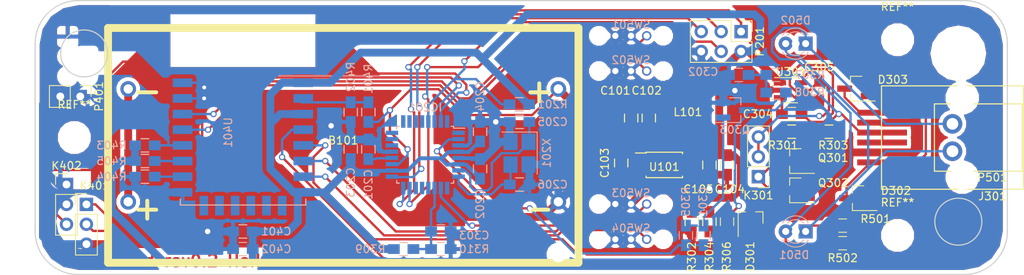
<source format=kicad_pcb>
(kicad_pcb (version 4) (host pcbnew 4.0.7)
  (layers (0 F.Cu signal) (31 B.Cu signal) (34 B.Paste user hide) (35 F.Paste user hide) (36 B.SilkS user) (37 F.SilkS user) (38 B.Mask user) (39 F.Mask user) (44 Edge.Cuts user))
  (net 0 "")
  (net 1 +BATT)
  (net 2 GND)
  (net 3 "Net-(C103-Pad1)")
  (net 4 VCC)
  (net 5 "Net-(C201-Pad1)")
  (net 6 "Net-(C205-Pad1)")
  (net 7 "Net-(C206-Pad1)")
  (net 8 ESTOP)
  (net 9 RESET)
  (net 10 THIS_RXD)
  (net 11 THIS_TXD)
  (net 12 "Net-(L101-Pad2)")
  (net 13 "Net-(R401-Pad2)")
  (net 14 "Net-(B101-PadMI1)")
  (net 15 LOCO3)
  (net 16 LOCO4)
  (net 17 LOCO2)
  (net 18 LOCO1)
  (net 19 MISO)
  (net 20 SCK)
  (net 21 "Net-(D301-Pad1)")
  (net 22 "Net-(K401-Pad1)")
  (net 23 "Net-(K401-Pad2)")
  (net 24 "Net-(P401-Pad1)")
  (net 25 "Net-(R404-Pad2)")
  (net 26 "Net-(R405-Pad1)")
  (net 27 "Net-(C301-Pad1)")
  (net 28 LN_TX)
  (net 29 "Net-(C302-Pad1)")
  (net 30 LN_RX1)
  (net 31 "Net-(D302-Pad3)")
  (net 32 "Net-(D303-Pad3)")
  (net 33 "Net-(D501-Pad1)")
  (net 34 "Net-(D501-Pad2)")
  (net 35 LN_RX0)
  (net 36 LN_RXTX)
  (net 37 "Net-(K301-Pad1)")
  (net 38 "Net-(Q301-Pad1)")
  (net 39 "Net-(Q301-Pad3)")
  (net 40 "Net-(Q303-Pad3)")
  (net 41 CLOCK1)
  (net 42 CLOCK2)
  (net 43 "Net-(C304-Pad1)")
  (net 44 "Net-(C304-Pad2)")
  (net 45 +5V)
  (module Housings_QFP:TQFP-32_7x7mm_Pitch0.8mm (layer B.Cu) (at 119.75 102.2 180)
    (fp_text reference IC201 (at 0 6.05 180) (layer B.SilkS) (effects (justify mirror)))
    (fp_text value ATMEGA328P-A)
    (pad 1 smd rect (at -4.25 2.8 180) (size 1.6 0.55) (layers B.Cu B.Paste B.Mask))
    (pad 2 smd rect (at -4.25 2 180) (size 1.6 0.55) (layers B.Cu B.Paste B.Mask) (net 28 LN_TX))
    (pad 3 smd rect (at -4.25 1.2 180) (size 1.6 0.55) (layers B.Cu B.Paste B.Mask) (net 2 GND))
    (pad 4 smd rect (at -4.25 0.4 180) (size 1.6 0.55) (layers B.Cu B.Paste B.Mask) (net 4 VCC))
    (pad 5 smd rect (at -4.25 -0.4 180) (size 1.6 0.55) (layers B.Cu B.Paste B.Mask) (net 2 GND))
    (pad 6 smd rect (at -4.25 -1.2 180) (size 1.6 0.55) (layers B.Cu B.Paste B.Mask) (net 4 VCC))
    (pad 7 smd rect (at -4.25 -2 180) (size 1.6 0.55) (layers B.Cu B.Paste B.Mask) (net 6 "Net-(C205-Pad1)"))
    (pad 8 smd rect (at -4.25 -2.8 180) (size 1.6 0.55) (layers B.Cu B.Paste B.Mask) (net 7 "Net-(C206-Pad1)"))
    (pad 9 smd rect (at -2.8 -4.25 90) (size 1.6 0.55) (layers B.Cu B.Paste B.Mask))
    (pad 10 smd rect (at -2 -4.25 90) (size 1.6 0.55) (layers B.Cu B.Paste B.Mask) (net 35 LN_RX0))
    (pad 11 smd rect (at -1.2 -4.25 90) (size 1.6 0.55) (layers B.Cu B.Paste B.Mask) (net 30 LN_RX1))
    (pad 12 smd rect (at -0.4 -4.25 90) (size 1.6 0.55) (layers B.Cu B.Paste B.Mask))
    (pad 13 smd rect (at 0.4 -4.25 90) (size 1.6 0.55) (layers B.Cu B.Paste B.Mask))
    (pad 14 smd rect (at 1.2 -4.25 90) (size 1.6 0.55) (layers B.Cu B.Paste B.Mask))
    (pad 15 smd rect (at 2 -4.25 90) (size 1.6 0.55) (layers B.Cu B.Paste B.Mask) (net 8 ESTOP))
    (pad 16 smd rect (at 2.8 -4.25 90) (size 1.6 0.55) (layers B.Cu B.Paste B.Mask) (net 19 MISO))
    (pad 17 smd rect (at 4.25 -2.8 180) (size 1.6 0.55) (layers B.Cu B.Paste B.Mask) (net 20 SCK))
    (pad 18 smd rect (at 4.25 -2 180) (size 1.6 0.55) (layers B.Cu B.Paste B.Mask) (net 4 VCC))
    (pad 19 smd rect (at 4.25 -1.2 180) (size 1.6 0.55) (layers B.Cu B.Paste B.Mask) (net 1 +BATT))
    (pad 20 smd rect (at 4.25 -0.4 180) (size 1.6 0.55) (layers B.Cu B.Paste B.Mask) (net 5 "Net-(C201-Pad1)"))
    (pad 21 smd rect (at 4.25 0.4 180) (size 1.6 0.55) (layers B.Cu B.Paste B.Mask) (net 2 GND))
    (pad 22 smd rect (at 4.25 1.2 180) (size 1.6 0.55) (layers B.Cu B.Paste B.Mask))
    (pad 23 smd rect (at 4.25 2 180) (size 1.6 0.55) (layers B.Cu B.Paste B.Mask))
    (pad 24 smd rect (at 4.25 2.8 180) (size 1.6 0.55) (layers B.Cu B.Paste B.Mask))
    (pad 25 smd rect (at 2.8 4.25 90) (size 1.6 0.55) (layers B.Cu B.Paste B.Mask))
    (pad 26 smd rect (at 2 4.25 90) (size 1.6 0.55) (layers B.Cu B.Paste B.Mask))
    (pad 27 smd rect (at 1.2 4.25 90) (size 1.6 0.55) (layers B.Cu B.Paste B.Mask))
    (pad 28 smd rect (at 0.4 4.25 90) (size 1.6 0.55) (layers B.Cu B.Paste B.Mask))
    (pad 29 smd rect (at -0.4 4.25 90) (size 1.6 0.55) (layers B.Cu B.Paste B.Mask) (net 9 RESET))
    (pad 30 smd rect (at -1.2 4.25 90) (size 1.6 0.55) (layers B.Cu B.Paste B.Mask) (net 10 THIS_RXD))
    (pad 31 smd rect (at -2 4.25 90) (size 1.6 0.55) (layers B.Cu B.Paste B.Mask) (net 11 THIS_TXD))
    (pad 32 smd rect (at -2.8 4.25 90) (size 1.6 0.55) (layers B.Cu B.Paste B.Mask))
  )
  (module Capacitors_SMD:C_0805_HandSoldering (layer F.Cu) (at 146.021355 97.505685 270)
    (fp_text reference C101 (at -3.505685 2.021355 360) (layer F.SilkS))
    (fp_text value 22u/25V)
    (pad 1 smd rect (at -1.25 0 270) (size 1.5 1.25) (layers F.Cu F.Paste F.Mask) (net 1 +BATT))
    (pad 2 smd rect (at 1.25 0 270) (size 1.5 1.25) (layers F.Cu F.Paste F.Mask) (net 2 GND))
  )
  (module Capacitors_SMD:C_0805_HandSoldering (layer F.Cu) (at 148.271355 97.505685 270)
    (fp_text reference C102 (at -3.505685 0.271355 540) (layer F.SilkS))
    (fp_text value 22u/25V)
    (pad 1 smd rect (at -1.25 0 270) (size 1.5 1.25) (layers F.Cu F.Paste F.Mask) (net 1 +BATT))
    (pad 2 smd rect (at 1.25 0 270) (size 1.5 1.25) (layers F.Cu F.Paste F.Mask) (net 2 GND))
  )
  (module Capacitors_SMD:C_0805_HandSoldering (layer F.Cu) (at 144.75 103.25 90)
    (fp_text reference C103 (at 0 -2.1 90) (layer F.SilkS))
    (fp_text value 100n)
    (pad 1 smd rect (at -1.25 0 90) (size 1.5 1.25) (layers F.Cu F.Paste F.Mask) (net 3 "Net-(C103-Pad1)"))
    (pad 2 smd rect (at 1.25 0 90) (size 1.5 1.25) (layers F.Cu F.Paste F.Mask) (net 2 GND))
  )
  (module Capacitors_SMD:C_0805_HandSoldering (layer F.Cu) (at 158.25 103.5 270)
    (fp_text reference C104 (at 3.1 -0.35 540) (layer F.SilkS))
    (fp_text value 22u/25V)
    (pad 1 smd rect (at -1.25 0 270) (size 1.5 1.25) (layers F.Cu F.Paste F.Mask) (net 4 VCC))
    (pad 2 smd rect (at 1.25 0 270) (size 1.5 1.25) (layers F.Cu F.Paste F.Mask) (net 2 GND))
  )
  (module Capacitors_SMD:C_0805_HandSoldering (layer F.Cu) (at 156 103.5 270)
    (fp_text reference C105 (at 3.1 1.4 540) (layer F.SilkS))
    (fp_text value 22u/25V)
    (pad 1 smd rect (at -1.25 0 270) (size 1.5 1.25) (layers F.Cu F.Paste F.Mask) (net 4 VCC))
    (pad 2 smd rect (at 1.25 0 270) (size 1.5 1.25) (layers F.Cu F.Paste F.Mask) (net 2 GND))
  )
  (module Capacitors_SMD:C_0805_HandSoldering (layer B.Cu) (at 112.5 101.5 90)
    (fp_text reference C201 (at -4.5 0 90) (layer B.SilkS) (effects (justify mirror)))
    (fp_text value 100n)
    (pad 1 smd rect (at -1.25 0 90) (size 1.5 1.25) (layers B.Cu B.Paste B.Mask) (net 5 "Net-(C201-Pad1)"))
    (pad 2 smd rect (at 1.25 0 90) (size 1.5 1.25) (layers B.Cu B.Paste B.Mask) (net 2 GND))
  )
  (module Capacitors_SMD:C_0805_HandSoldering (layer B.Cu) (at 126.75 104 90)
    (fp_text reference C202 (at -4.5 0 90) (layer B.SilkS) (effects (justify mirror)))
    (fp_text value 100n)
    (pad 1 smd rect (at -1.25 0 90) (size 1.5 1.25) (layers B.Cu B.Paste B.Mask) (net 4 VCC))
    (pad 2 smd rect (at 1.25 0 90) (size 1.5 1.25) (layers B.Cu B.Paste B.Mask) (net 2 GND))
  )
  (module Capacitors_SMD:C_0805_HandSoldering (layer B.Cu) (at 110.25 101.5 90)
    (fp_text reference C203 (at -4.25 0 90) (layer B.SilkS) (effects (justify mirror)))
    (fp_text value 100n)
    (pad 1 smd rect (at -1.25 0 90) (size 1.5 1.25) (layers B.Cu B.Paste B.Mask) (net 4 VCC))
    (pad 2 smd rect (at 1.25 0 90) (size 1.5 1.25) (layers B.Cu B.Paste B.Mask) (net 2 GND))
  )
  (module Capacitors_SMD:C_0805_HandSoldering (layer B.Cu) (at 126.75 99.25 90)
    (fp_text reference C204 (at 4.5 0 90) (layer B.SilkS) (effects (justify mirror)))
    (fp_text value 100n)
    (pad 1 smd rect (at -1.25 0 90) (size 1.5 1.25) (layers B.Cu B.Paste B.Mask) (net 4 VCC))
    (pad 2 smd rect (at 1.25 0 90) (size 1.5 1.25) (layers B.Cu B.Paste B.Mask) (net 2 GND))
  )
  (module Capacitors_SMD:C_0805_HandSoldering (layer B.Cu) (at 131.782892 98 180)
    (fp_text reference C205 (at -4.217108 0 180) (layer B.SilkS) (effects (justify mirror)))
    (fp_text value 22p)
    (pad 1 smd rect (at -1.25 0 180) (size 1.5 1.25) (layers B.Cu B.Paste B.Mask) (net 6 "Net-(C205-Pad1)"))
    (pad 2 smd rect (at 1.25 0 180) (size 1.5 1.25) (layers B.Cu B.Paste B.Mask) (net 2 GND))
  )
  (module Capacitors_SMD:C_0805_HandSoldering (layer B.Cu) (at 131.782892 106)
    (fp_text reference C206 (at 4.217108 0) (layer B.SilkS) (effects (justify mirror)))
    (fp_text value 22p)
    (pad 1 smd rect (at -1.25 0) (size 1.5 1.25) (layers B.Cu B.Paste B.Mask) (net 7 "Net-(C206-Pad1)"))
    (pad 2 smd rect (at 1.25 0) (size 1.5 1.25) (layers B.Cu B.Paste B.Mask) (net 2 GND))
  )
  (module Capacitors_SMD:C_0805_HandSoldering (layer B.Cu) (at 155.25 112.5 270)
    (fp_text reference C301 (at -4.3 0.05 270) (layer B.SilkS) (effects (justify mirror)))
    (fp_text value 1n)
    (pad 1 smd rect (at -1.25 0 270) (size 1.5 1.25) (layers B.Cu B.Paste B.Mask) (net 27 "Net-(C301-Pad1)"))
    (pad 2 smd rect (at 1.25 0 270) (size 1.5 1.25) (layers B.Cu B.Paste B.Mask) (net 28 LN_TX))
  )
  (module Capacitors_SMD:C_0805_HandSoldering (layer B.Cu) (at 96.5 112 180)
    (fp_text reference C401 (at -4.25 0 180) (layer B.SilkS) (effects (justify mirror)))
    (fp_text value 100n)
    (pad 1 smd rect (at -1.25 0 180) (size 1.5 1.25) (layers B.Cu B.Paste B.Mask) (net 4 VCC))
    (pad 2 smd rect (at 1.25 0 180) (size 1.5 1.25) (layers B.Cu B.Paste B.Mask) (net 2 GND))
  )
  (module Capacitors_SMD:C_0805_HandSoldering (layer B.Cu) (at 131.75 95.75 180)
    (fp_text reference R201 (at -4.25 0 180) (layer B.SilkS) (effects (justify mirror)))
    (fp_text value 10k)
    (pad 1 smd rect (at -1.25 0 180) (size 1.5 1.25) (layers B.Cu B.Paste B.Mask) (net 4 VCC))
    (pad 2 smd rect (at 1.25 0 180) (size 1.5 1.25) (layers B.Cu B.Paste B.Mask) (net 9 RESET))
  )
  (module Capacitors_SMD:C_0805_HandSoldering (layer F.Cu) (at 166.5 99.25 180)
    (fp_text reference R301 (at 1.1 -1.75 180) (layer F.SilkS))
    (fp_text value 4k7)
    (pad 1 smd rect (at -1.25 0 180) (size 1.5 1.25) (layers F.Cu F.Paste F.Mask) (net 39 "Net-(Q301-Pad3)"))
    (pad 2 smd rect (at 1.25 0 180) (size 1.5 1.25) (layers F.Cu F.Paste F.Mask) (net 37 "Net-(K301-Pad1)"))
  )
  (module Capacitors_SMD:C_0805_HandSoldering (layer F.Cu) (at 153.75 110.75 90)
    (fp_text reference R302 (at -4.5 0 90) (layer F.SilkS))
    (fp_text value 47k)
    (pad 1 smd rect (at -1.25 0 90) (size 1.5 1.25) (layers F.Cu F.Paste F.Mask) (net 2 GND))
    (pad 2 smd rect (at 1.25 0 90) (size 1.5 1.25) (layers F.Cu F.Paste F.Mask) (net 35 LN_RX0))
  )
  (module Capacitors_SMD:C_0805_HandSoldering (layer F.Cu) (at 171.25 99.25)
    (fp_text reference R303 (at 0.55 1.75) (layer F.SilkS))
    (fp_text value 47R)
    (pad 1 smd rect (at -1.25 0) (size 1.5 1.25) (layers F.Cu F.Paste F.Mask) (net 36 LN_RXTX))
    (pad 2 smd rect (at 1.25 0) (size 1.5 1.25) (layers F.Cu F.Paste F.Mask) (net 38 "Net-(Q301-Pad1)"))
  )
  (module Capacitors_SMD:C_0805_HandSoldering (layer F.Cu) (at 156 110.75 90)
    (fp_text reference R304 (at -4.45 0 90) (layer F.SilkS))
    (fp_text value 47k)
    (pad 1 smd rect (at -1.25 0 90) (size 1.5 1.25) (layers F.Cu F.Paste F.Mask) (net 21 "Net-(D301-Pad1)"))
    (pad 2 smd rect (at 1.25 0 90) (size 1.5 1.25) (layers F.Cu F.Paste F.Mask) (net 35 LN_RX0))
  )
  (module Capacitors_SMD:C_0805_HandSoldering (layer B.Cu) (at 112.5 96.75 90)
    (fp_text reference R401 (at 4.25 0 90) (layer B.SilkS) (effects (justify mirror)))
    (fp_text value 100k)
    (pad 1 smd rect (at -1.25 0 90) (size 1.5 1.25) (layers B.Cu B.Paste B.Mask) (net 1 +BATT))
    (pad 2 smd rect (at 1.25 0 90) (size 1.5 1.25) (layers B.Cu B.Paste B.Mask) (net 13 "Net-(R401-Pad2)"))
  )
  (module Capacitors_SMD:C_0805_HandSoldering (layer B.Cu) (at 110.25 96.75 270)
    (fp_text reference R402 (at -4.5 0 270) (layer B.SilkS) (effects (justify mirror)))
    (fp_text value 100k)
    (pad 1 smd rect (at -1.25 0 270) (size 1.5 1.25) (layers B.Cu B.Paste B.Mask) (net 13 "Net-(R401-Pad2)"))
    (pad 2 smd rect (at 1.25 0 270) (size 1.5 1.25) (layers B.Cu B.Paste B.Mask) (net 2 GND))
  )
  (module Capacitors_SMD:C_0805_HandSoldering (layer B.Cu) (at 84 101 180)
    (fp_text reference R403 (at 4.25 0 180) (layer B.SilkS) (effects (justify mirror)))
    (fp_text value 10k)
    (pad 1 smd rect (at -1.25 0 180) (size 1.5 1.25) (layers B.Cu B.Paste B.Mask) (net 24 "Net-(P401-Pad1)"))
    (pad 2 smd rect (at 1.25 0 180) (size 1.5 1.25) (layers B.Cu B.Paste B.Mask) (net 4 VCC))
  )
  (module Capacitors_SMD:C_0805_HandSoldering (layer B.Cu) (at 84 105)
    (fp_text reference R404 (at -4.25 0) (layer B.SilkS) (effects (justify mirror)))
    (fp_text value 10k)
    (pad 1 smd rect (at -1.25 0) (size 1.5 1.25) (layers B.Cu B.Paste B.Mask) (net 2 GND))
    (pad 2 smd rect (at 1.25 0) (size 1.5 1.25) (layers B.Cu B.Paste B.Mask) (net 25 "Net-(R404-Pad2)"))
  )
  (module Capacitors_SMD:C_0805_HandSoldering (layer B.Cu) (at 84 103 180)
    (fp_text reference R405 (at 4.25 0 180) (layer B.SilkS) (effects (justify mirror)))
    (fp_text value 10k)
    (pad 1 smd rect (at -1.25 0 180) (size 1.5 1.25) (layers B.Cu B.Paste B.Mask) (net 26 "Net-(R405-Pad1)"))
    (pad 2 smd rect (at 1.25 0 180) (size 1.5 1.25) (layers B.Cu B.Paste B.Mask) (net 4 VCC))
  )
  (module Housings_SSOP:TSSOP-8_4.4x3mm_Pitch0.65mm (layer F.Cu) (at 150.25 103.5)
    (fp_text reference U101 (at 0 0.25) (layer F.SilkS))
    (fp_text value L6920D)
    (pad 1 smd rect (at -2.95 -0.975) (size 1.45 0.45) (layers F.Cu F.Paste F.Mask) (net 4 VCC))
    (pad 2 smd rect (at -2.95 -0.325) (size 1.45 0.45) (layers F.Cu F.Paste F.Mask))
    (pad 3 smd rect (at -2.95 0.325) (size 1.45 0.45) (layers F.Cu F.Paste F.Mask))
    (pad 4 smd rect (at -2.95 0.975) (size 1.45 0.45) (layers F.Cu F.Paste F.Mask) (net 3 "Net-(C103-Pad1)"))
    (pad 5 smd rect (at 2.95 0.975) (size 1.45 0.45) (layers F.Cu F.Paste F.Mask) (net 4 VCC))
    (pad 6 smd rect (at 2.95 0.325) (size 1.45 0.45) (layers F.Cu F.Paste F.Mask) (net 2 GND))
    (pad 7 smd rect (at 2.95 -0.325) (size 1.45 0.45) (layers F.Cu F.Paste F.Mask) (net 12 "Net-(L101-Pad2)"))
    (pad 8 smd rect (at 2.95 -0.975) (size 1.45 0.45) (layers F.Cu F.Paste F.Mask) (net 4 VCC))
  )
  (module myFootprints:KEYSTONE1013 (layer F.Cu) (at 109.3 101 180)
    (fp_text reference B101 (at 0 0.635 180) (layer F.SilkS))
    (fp_text value BATT_HOLDER)
    (fp_text user + (at -25 7 180) (layer F.SilkS) (effects (font (size 3 3) (thickness 0.5))))
    (fp_text user + (at 25 -8 180) (layer F.SilkS) (effects (font (size 3 3) (thickness 0.5))))
    (fp_text user - (at -25 -8 180) (layer F.SilkS) (effects (font (size 3 3) (thickness 0.5))))
    (fp_text user - (at 25 7 180) (layer F.SilkS) (effects (font (size 3 3) (thickness 0.5))))
    (pad MI2 thru_hole circle (at -27.43 -7.21 180) (size 2 2) (drill 1.19) (layers *.Cu *.Mask) (net 2 GND))
    (pad "" np_thru_hole circle (at -27.435 -13.94 180) (size 1.98 1.98) (drill 1.98) (layers *.Cu *.Mask))
    (pad PL2 thru_hole circle (at 27.43 -7.21 180) (size 2 2) (drill 1.19) (layers *.Cu *.Mask) (net 14 "Net-(B101-PadMI1)"))
    (pad PL1 thru_hole circle (at -27.43 7.21 180) (size 2 2) (drill 1.19) (layers *.Cu *.Mask) (net 1 +BATT))
    (pad MI1 thru_hole circle (at 27.43 7.21 180) (size 2 2) (drill 1.19) (layers *.Cu *.Mask) (net 14 "Net-(B101-PadMI1)"))
  )
  (module myFootprints:L_2424_HandSoldering (layer F.Cu) (at 153.25 96.75 270)
    (fp_text reference L101 (at 0 0 360) (layer F.SilkS))
    (fp_text value 22u)
    (pad 1 smd rect (at -2.6 0 270) (size 3 5.7) (layers F.Cu F.Paste F.Mask) (net 1 +BATT))
    (pad 2 smd rect (at 2.6 0 270) (size 3 5.7) (layers F.Cu F.Paste F.Mask) (net 12 "Net-(L101-Pad2)"))
  )
  (module Crystals:Crystal_SMD_TXC_7M-4pin_3.2x2.5mm_HandSoldering (layer B.Cu) (at 131.782892 102 270)
    (fp_text reference X201 (at 0 -3.467108 270) (layer B.SilkS) (effects (justify mirror)))
    (fp_text value myCRYSTAL)
    (pad 1 smd rect (at -1.45 -1.15 270) (size 2.1 1.8) (layers B.Cu B.Mask) (net 6 "Net-(C205-Pad1)"))
    (pad 2 smd rect (at 1.45 -1.15 270) (size 2.1 1.8) (layers B.Cu B.Mask) (net 2 GND))
    (pad 3 smd rect (at 1.45 1.15 270) (size 2.1 1.8) (layers B.Cu B.Mask) (net 7 "Net-(C206-Pad1)"))
    (pad 4 smd rect (at -1.45 1.15 270) (size 2.1 1.8) (layers B.Cu B.Mask) (net 2 GND))
  )
  (module Capacitors_SMD:C_0805_HandSoldering (layer B.Cu) (at 96.5 114.25 180)
    (fp_text reference C402 (at -4.25 0 180) (layer B.SilkS) (effects (justify mirror)))
    (fp_text value 22u)
    (pad 1 smd rect (at -1.25 0 180) (size 1.5 1.25) (layers B.Cu B.Paste B.Mask) (net 4 VCC))
    (pad 2 smd rect (at 1.25 0 180) (size 1.5 1.25) (layers B.Cu B.Paste B.Mask) (net 2 GND))
  )
  (module Pin_Headers:Pin_Header_Straight_1x03_Pitch2.54mm (layer F.Cu) (at 74 106)
    (fp_text reference K402 (at 0 -2.39) (layer F.SilkS))
    (fp_text value UART_AVR)
    (pad 1 thru_hole rect (at 0 0) (size 1.7 1.7) (drill 1) (layers *.Cu *.Mask) (net 2 GND))
    (pad 2 thru_hole oval (at 0 2.54) (size 1.7 1.7) (drill 1) (layers *.Cu *.Mask) (net 10 THIS_RXD))
    (pad 3 thru_hole oval (at 0 5.08) (size 1.7 1.7) (drill 1) (layers *.Cu *.Mask) (net 11 THIS_TXD))
  )
  (module Pin_Headers:Pin_Header_Straight_1x03_Pitch2.54mm (layer F.Cu) (at 76.54 108.54)
    (fp_text reference K401 (at 1.05801 -2.39) (layer F.SilkS))
    (fp_text value UART_ESP)
    (pad 1 thru_hole rect (at 0 0) (size 1.7 1.7) (drill 1) (layers *.Cu *.Mask) (net 22 "Net-(K401-Pad1)"))
    (pad 2 thru_hole oval (at 0 2.54) (size 1.7 1.7) (drill 1) (layers *.Cu *.Mask) (net 23 "Net-(K401-Pad2)"))
    (pad 3 thru_hole oval (at 0 5.08) (size 1.7 1.7) (drill 1) (layers *.Cu *.Mask) (net 2 GND))
  )
  (module ESP8266:ESP-12E_SMD (layer B.Cu) (at 103.5 93 180)
    (fp_text reference U401 (at 8.89 -6.35 450) (layer B.SilkS) (effects (justify mirror)))
    (fp_text value ESP-12E hide)
    (pad 1 smd rect (at 0 0 180) (size 2.5 1.1) (drill (offset -0.7 0)) (layers B.Cu B.Paste B.Mask) (net 4 VCC))
    (pad 2 smd rect (at 0 -2 180) (size 2.5 1.1) (drill (offset -0.7 0)) (layers B.Cu B.Paste B.Mask) (net 13 "Net-(R401-Pad2)"))
    (pad 3 smd rect (at 0 -4 180) (size 2.5 1.1) (drill (offset -0.7 0)) (layers B.Cu B.Paste B.Mask) (net 4 VCC))
    (pad 4 smd rect (at 0 -6 180) (size 2.5 1.1) (drill (offset -0.7 0)) (layers B.Cu B.Paste B.Mask) (net 41 CLOCK1))
    (pad 5 smd rect (at 0 -8 180) (size 2.5 1.1) (drill (offset -0.7 0)) (layers B.Cu B.Paste B.Mask) (net 42 CLOCK2))
    (pad 6 smd rect (at 0 -10 180) (size 2.5 1.1) (drill (offset -0.7 0)) (layers B.Cu B.Paste B.Mask) (net 15 LOCO3))
    (pad 7 smd rect (at 0 -12 180) (size 2.5 1.1) (drill (offset -0.7 0)) (layers B.Cu B.Paste B.Mask) (net 16 LOCO4))
    (pad 8 smd rect (at 0 -14 180) (size 2.5 1.1) (drill (offset -0.7 0)) (layers B.Cu B.Paste B.Mask) (net 4 VCC))
    (pad 9 smd rect (at 14 -14 180) (size 2.5 1.1) (drill (offset 0.7 0)) (layers B.Cu B.Paste B.Mask) (net 2 GND))
    (pad 10 smd rect (at 14 -12 180) (size 2.5 1.1) (drill (offset 0.7 0)) (layers B.Cu B.Paste B.Mask) (net 25 "Net-(R404-Pad2)"))
    (pad 11 smd rect (at 14 -10 180) (size 2.5 1.1) (drill (offset 0.7 0)) (layers B.Cu B.Paste B.Mask) (net 26 "Net-(R405-Pad1)"))
    (pad 12 smd rect (at 14 -8 180) (size 2.5 1.1) (drill (offset 0.7 0)) (layers B.Cu B.Paste B.Mask) (net 24 "Net-(P401-Pad1)"))
    (pad 13 smd rect (at 14 -6 180) (size 2.5 1.1) (drill (offset 0.7 0)) (layers B.Cu B.Paste B.Mask) (net 17 LOCO2))
    (pad 14 smd rect (at 14 -4 180) (size 2.5 1.1) (drill (offset 0.7 0)) (layers B.Cu B.Paste B.Mask) (net 18 LOCO1))
    (pad 15 smd rect (at 14 -2 180) (size 2.5 1.1) (drill (offset 0.7 0)) (layers B.Cu B.Paste B.Mask) (net 23 "Net-(K401-Pad2)"))
    (pad 16 smd rect (at 14 0 180) (size 2.5 1.1) (drill (offset 0.7 0)) (layers B.Cu B.Paste B.Mask) (net 22 "Net-(K401-Pad1)"))
    (pad 17 smd rect (at 1.99 -15 90) (size 2.5 1.1) (drill (offset -0.7 0)) (layers B.Cu B.Paste B.Mask))
    (pad 18 smd rect (at 3.99 -15 90) (size 2.5 1.1) (drill (offset -0.7 0)) (layers B.Cu B.Paste B.Mask))
    (pad 19 smd rect (at 5.99 -15 90) (size 2.5 1.1) (drill (offset -0.7 0)) (layers B.Cu B.Paste B.Mask))
    (pad 20 smd rect (at 7.99 -15 90) (size 2.5 1.1) (drill (offset -0.7 0)) (layers B.Cu B.Paste B.Mask))
    (pad 21 smd rect (at 9.99 -15 90) (size 2.5 1.1) (drill (offset -0.7 0)) (layers B.Cu B.Paste B.Mask))
    (pad 22 smd rect (at 11.99 -15 90) (size 2.5 1.1) (drill (offset -0.7 0)) (layers B.Cu B.Paste B.Mask))
  )
  (module Capacitors_SMD:C_0805_HandSoldering (layer B.Cu) (at 159.75 92 180)
    (fp_text reference C302 (at 4.55 0.4 180) (layer B.SilkS) (effects (justify mirror)))
    (fp_text value 47p)
    (pad 1 smd rect (at -1.25 0 180) (size 1.5 1.25) (layers B.Cu B.Paste B.Mask) (net 29 "Net-(C302-Pad1)"))
    (pad 2 smd rect (at 1.25 0 180) (size 1.5 1.25) (layers B.Cu B.Paste B.Mask) (net 2 GND))
  )
  (module Capacitors_SMD:C_0805_HandSoldering (layer B.Cu) (at 121.75 112)
    (fp_text reference C303 (at 4.25 0.5) (layer B.SilkS) (effects (justify mirror)))
    (fp_text value 100n)
    (pad 1 smd rect (at -1.25 0) (size 1.5 1.25) (layers B.Cu B.Paste B.Mask) (net 30 LN_RX1))
    (pad 2 smd rect (at 1.25 0) (size 1.5 1.25) (layers B.Cu B.Paste B.Mask) (net 2 GND))
  )
  (module TO_SOT_Packages_SMD:SOT-23_Handsoldering (layer F.Cu) (at 161.25 110.25 90)
    (fp_text reference D301 (at -4.95 -0.05 90) (layer F.SilkS))
    (fp_text value BAR43)
    (pad 1 smd rect (at -1.5 -0.95 90) (size 1.9 0.8) (layers F.Cu F.Paste F.Mask) (net 21 "Net-(D301-Pad1)"))
    (pad 2 smd rect (at -1.5 0.95 90) (size 1.9 0.8) (layers F.Cu F.Paste F.Mask))
    (pad 3 smd rect (at 1.5 0 90) (size 1.9 0.8) (layers F.Cu F.Paste F.Mask) (net 4 VCC))
  )
  (module TO_SOT_Packages_SMD:SOT-23_Handsoldering (layer F.Cu) (at 175 107.75 180)
    (fp_text reference D302 (at -4.8 0.95 180) (layer F.SilkS))
    (fp_text value BAR43)
    (pad 1 smd rect (at -1.5 -0.95 180) (size 1.9 0.8) (layers F.Cu F.Paste F.Mask) (net 45 +5V))
    (pad 2 smd rect (at -1.5 0.95 180) (size 1.9 0.8) (layers F.Cu F.Paste F.Mask))
    (pad 3 smd rect (at 1.5 0 180) (size 1.9 0.8) (layers F.Cu F.Paste F.Mask) (net 31 "Net-(D302-Pad3)"))
  )
  (module TO_SOT_Packages_SMD:SOT-23_Handsoldering (layer F.Cu) (at 174.75 93.75 180)
    (fp_text reference D303 (at -4.65 1.15 180) (layer F.SilkS))
    (fp_text value BAR43)
    (pad 1 smd rect (at -1.5 -0.95 180) (size 1.9 0.8) (layers F.Cu F.Paste F.Mask) (net 45 +5V))
    (pad 2 smd rect (at -1.5 0.95 180) (size 1.9 0.8) (layers F.Cu F.Paste F.Mask))
    (pad 3 smd rect (at 1.5 0 180) (size 1.9 0.8) (layers F.Cu F.Paste F.Mask) (net 32 "Net-(D303-Pad3)"))
  )
  (module myFootprints:Molex_95501-6669 (layer F.Cu) (at 188.25 100 90)
    (fp_text reference J301 (at -7.5 3.85 360) (layer F.SilkS))
    (fp_text value "Molex 95501-6669")
    (pad "" np_thru_hole circle (at -5.08 0 90) (size 3.25 3.25) (drill 3.25) (layers *.Cu *.Mask))
    (pad "" np_thru_hole circle (at 5.08 0 90) (size 3.25 3.25) (drill 3.25) (layers *.Cu *.Mask))
    (pad 3 smd rect (at -0.635 -10.225 90) (size 0.76 6.35) (layers F.Cu F.Paste F.Mask) (net 36 LN_RXTX))
    (pad 2 smd rect (at -1.901 -10.225 90) (size 0.76 6.35) (layers F.Cu F.Paste F.Mask) (net 2 GND))
    (pad 1 smd rect (at -3.175 -10.225 90) (size 0.76 6.35) (layers F.Cu F.Paste F.Mask) (net 31 "Net-(D302-Pad3)"))
    (pad 4 smd rect (at 0.635 -10.225 90) (size 0.76 6.35) (layers F.Cu F.Paste F.Mask) (net 36 LN_RXTX))
    (pad 5 smd rect (at 1.905 -10.225 90) (size 0.76 6.35) (layers F.Cu F.Paste F.Mask) (net 2 GND))
    (pad 6 smd rect (at 3.175 -10.225 90) (size 0.76 6.35) (layers F.Cu F.Paste F.Mask) (net 32 "Net-(D303-Pad3)"))
  )
  (module Pin_Headers:Pin_Header_Straight_1x03_Pitch2.54mm (layer F.Cu) (at 162.25 105 180)
    (fp_text reference K301 (at 0 -2.39 180) (layer F.SilkS))
    (fp_text value TERMINATION)
    (pad 1 thru_hole rect (at 0 0 180) (size 1.7 1.7) (drill 1) (layers *.Cu *.Mask) (net 37 "Net-(K301-Pad1)"))
    (pad 2 thru_hole oval (at 0 2.54 180) (size 1.7 1.7) (drill 1) (layers *.Cu *.Mask) (net 45 +5V))
    (pad 3 thru_hole oval (at 0 5.08 180) (size 1.7 1.7) (drill 1) (layers *.Cu *.Mask) (net 45 +5V))
  )
  (module myFootprints:AKL183-02 (layer F.Cu) (at 187 101.75 90)
    (fp_text reference P501 (at -3.35 5.1 360) (layer F.SilkS))
    (fp_text value CLOCK)
    (pad 1 thru_hole circle (at 0 0 90) (size 2.5 2.5) (drill 1.5) (layers *.Cu *.Mask) (net 33 "Net-(D501-Pad1)"))
    (pad 2 thru_hole circle (at 3.5 0 90) (size 2.5 2.5) (drill 1.5) (layers *.Cu *.Mask) (net 34 "Net-(D501-Pad2)"))
  )
  (module TO_SOT_Packages_SMD:SOT-23_Handsoldering (layer F.Cu) (at 167 103 180)
    (fp_text reference Q301 (at -4.8 0.4 180) (layer F.SilkS))
    (fp_text value BC817-40)
    (pad 1 smd rect (at -1.5 -0.95 180) (size 1.9 0.8) (layers F.Cu F.Paste F.Mask) (net 38 "Net-(Q301-Pad1)"))
    (pad 2 smd rect (at -1.5 0.95 180) (size 1.9 0.8) (layers F.Cu F.Paste F.Mask) (net 36 LN_RXTX))
    (pad 3 smd rect (at 1.5 0 180) (size 1.9 0.8) (layers F.Cu F.Paste F.Mask) (net 39 "Net-(Q301-Pad3)"))
  )
  (module TO_SOT_Packages_SMD:SOT-23_Handsoldering (layer F.Cu) (at 167 106.75 180)
    (fp_text reference Q302 (at -4.8 0.95 180) (layer F.SilkS))
    (fp_text value BC817-40)
    (pad 1 smd rect (at -1.5 -0.95 180) (size 1.9 0.8) (layers F.Cu F.Paste F.Mask) (net 39 "Net-(Q301-Pad3)"))
    (pad 2 smd rect (at -1.5 0.95 180) (size 1.9 0.8) (layers F.Cu F.Paste F.Mask) (net 38 "Net-(Q301-Pad1)"))
    (pad 3 smd rect (at 1.5 0 180) (size 1.9 0.8) (layers F.Cu F.Paste F.Mask) (net 37 "Net-(K301-Pad1)"))
  )
  (module TO_SOT_Packages_SMD:SOT-23_Handsoldering (layer B.Cu) (at 159.25 96.5)
    (fp_text reference Q303 (at 0 2.5) (layer B.SilkS) (effects (justify mirror)))
    (fp_text value BC817-40)
    (pad 1 smd rect (at -1.5 0.95) (size 1.9 0.8) (layers B.Cu B.Paste B.Mask) (net 27 "Net-(C301-Pad1)"))
    (pad 2 smd rect (at -1.5 -0.95) (size 1.9 0.8) (layers B.Cu B.Paste B.Mask) (net 2 GND))
    (pad 3 smd rect (at 1.5 0) (size 1.9 0.8) (layers B.Cu B.Paste B.Mask) (net 40 "Net-(Q303-Pad3)"))
  )
  (module Capacitors_SMD:C_0805_HandSoldering (layer B.Cu) (at 153 112.5 270)
    (fp_text reference R305 (at -4.3 0 270) (layer B.SilkS) (effects (justify mirror)))
    (fp_text value 2k2)
    (pad 1 smd rect (at -1.25 0 270) (size 1.5 1.25) (layers B.Cu B.Paste B.Mask) (net 27 "Net-(C301-Pad1)"))
    (pad 2 smd rect (at 1.25 0 270) (size 1.5 1.25) (layers B.Cu B.Paste B.Mask) (net 28 LN_TX))
  )
  (module Capacitors_SMD:C_0805_HandSoldering (layer F.Cu) (at 158.25 110.75 270)
    (fp_text reference R306 (at 4.45 0.05 270) (layer F.SilkS))
    (fp_text value 82k)
    (pad 1 smd rect (at -1.25 0 270) (size 1.5 1.25) (layers F.Cu F.Paste F.Mask) (net 40 "Net-(Q303-Pad3)"))
    (pad 2 smd rect (at 1.25 0 270) (size 1.5 1.25) (layers F.Cu F.Paste F.Mask) (net 21 "Net-(D301-Pad1)"))
  )
  (module Capacitors_SMD:C_0805_HandSoldering (layer B.Cu) (at 164.5 92 180)
    (fp_text reference R307 (at -4.3 0 180) (layer B.SilkS) (effects (justify mirror)))
    (fp_text value 12R)
    (pad 1 smd rect (at -1.25 0 180) (size 1.5 1.25) (layers B.Cu B.Paste B.Mask) (net 36 LN_RXTX))
    (pad 2 smd rect (at 1.25 0 180) (size 1.5 1.25) (layers B.Cu B.Paste B.Mask) (net 29 "Net-(C302-Pad1)"))
  )
  (module Capacitors_SMD:C_0805_HandSoldering (layer B.Cu) (at 164.5 94.25)
    (fp_text reference R308 (at 4.3 -0.05) (layer B.SilkS) (effects (justify mirror)))
    (fp_text value 12R)
    (pad 1 smd rect (at -1.25 0) (size 1.5 1.25) (layers B.Cu B.Paste B.Mask) (net 29 "Net-(C302-Pad1)"))
    (pad 2 smd rect (at 1.25 0) (size 1.5 1.25) (layers B.Cu B.Paste B.Mask) (net 40 "Net-(Q303-Pad3)"))
  )
  (module Capacitors_SMD:C_0805_HandSoldering (layer B.Cu) (at 117 114.25)
    (fp_text reference R309 (at -4.25 0) (layer B.SilkS) (effects (justify mirror)))
    (fp_text value 100k)
    (pad 1 smd rect (at -1.25 0) (size 1.5 1.25) (layers B.Cu B.Paste B.Mask) (net 4 VCC))
    (pad 2 smd rect (at 1.25 0) (size 1.5 1.25) (layers B.Cu B.Paste B.Mask) (net 30 LN_RX1))
  )
  (module Capacitors_SMD:C_0805_HandSoldering (layer B.Cu) (at 121.75 114.25)
    (fp_text reference R310 (at 4.25 0) (layer B.SilkS) (effects (justify mirror)))
    (fp_text value 47k)
    (pad 1 smd rect (at -1.25 0) (size 1.5 1.25) (layers B.Cu B.Paste B.Mask) (net 30 LN_RX1))
    (pad 2 smd rect (at 1.25 0) (size 1.5 1.25) (layers B.Cu B.Paste B.Mask) (net 2 GND))
  )
  (module Capacitors_SMD:C_0805_HandSoldering (layer F.Cu) (at 173 111.25)
    (fp_text reference R501 (at 4.2 -0.85) (layer F.SilkS))
    (fp_text value 220)
    (pad 1 smd rect (at -1.25 0) (size 1.5 1.25) (layers F.Cu F.Paste F.Mask) (net 33 "Net-(D501-Pad1)"))
    (pad 2 smd rect (at 1.25 0) (size 1.5 1.25) (layers F.Cu F.Paste F.Mask) (net 41 CLOCK1))
  )
  (module Capacitors_SMD:C_0805_HandSoldering (layer F.Cu) (at 173 113.5)
    (fp_text reference R502 (at 0 1.9) (layer F.SilkS))
    (fp_text value 220)
    (pad 1 smd rect (at -1.25 0) (size 1.5 1.25) (layers F.Cu F.Paste F.Mask) (net 34 "Net-(D501-Pad2)"))
    (pad 2 smd rect (at 1.25 0) (size 1.5 1.25) (layers F.Cu F.Paste F.Mask) (net 42 CLOCK2))
  )
  (module Mounting_Holes:MountingHole_3.2mm_M3 (layer F.Cu) (at 75 100)
    (fp_text reference REF** (at 0 -4.2) (layer F.SilkS))
    (fp_text value MountingHole_3.2mm_M3)
    (pad 1 np_thru_hole circle (at 0 0) (size 3.2 3.2) (drill 3.2) (layers *.Cu *.Mask))
  )
  (module Mounting_Holes:MountingHole_3.2mm_M3 (layer F.Cu) (at 180 87.5)
    (fp_text reference REF** (at 0 -4.2) (layer F.SilkS))
    (fp_text value MountingHole_3.2mm_M3)
    (pad 1 np_thru_hole circle (at 0 0) (size 3.2 3.2) (drill 3.2) (layers *.Cu *.Mask))
  )
  (module Mounting_Holes:MountingHole_3.2mm_M3 (layer F.Cu) (at 180 112.5)
    (fp_text reference REF** (at 0 -4.2) (layer F.SilkS))
    (fp_text value MountingHole_3.2mm_M3)
    (pad 1 np_thru_hole circle (at 0 0) (size 3.2 3.2) (drill 3.2) (layers *.Cu *.Mask))
  )
  (module Pin_Headers:Pin_Header_Straight_1x02_Pitch2.54mm (layer F.Cu) (at 75.75 94.75 270)
    (fp_text reference P401 (at 0 -2.39 270) (layer F.SilkS))
    (fp_text value ESP_BOOTLOAD)
    (pad 1 thru_hole rect (at 0 0 270) (size 1.7 1.7) (drill 1) (layers *.Cu *.Mask) (net 24 "Net-(P401-Pad1)"))
    (pad 2 thru_hole oval (at 0 2.54 270) (size 1.7 1.7) (drill 1) (layers *.Cu *.Mask) (net 2 GND))
  )
  (module myFootprints:LED_D3.0mm (layer B.Cu) (at 168.27 112 180)
    (fp_text reference D501 (at 1.47 -3 180) (layer B.SilkS) (effects (justify mirror)))
    (fp_text value red)
    (pad 1 thru_hole rect (at 0 0 180) (size 1.8 1.8) (drill 0.9) (layers *.Cu *.Mask) (net 33 "Net-(D501-Pad1)"))
    (pad 2 thru_hole circle (at 2.54 0 180) (size 1.8 1.8) (drill 0.9) (layers *.Cu *.Mask) (net 34 "Net-(D501-Pad2)"))
    (pad "" np_thru_hole circle (at 1.27 0 180) (size 1 1) (drill 1) (layers *.Cu *.Mask))
  )
  (module myFootprints:LED_D3.0mm (layer B.Cu) (at 168.27 88 180)
    (fp_text reference D502 (at 1.27 2.96 180) (layer B.SilkS) (effects (justify mirror)))
    (fp_text value red)
    (pad 1 thru_hole rect (at 0 0 180) (size 1.8 1.8) (drill 0.9) (layers *.Cu *.Mask) (net 34 "Net-(D501-Pad2)"))
    (pad 2 thru_hole circle (at 2.54 0 180) (size 1.8 1.8) (drill 0.9) (layers *.Cu *.Mask) (net 33 "Net-(D501-Pad1)"))
    (pad "" np_thru_hole circle (at 1.27 0 180) (size 1 1) (drill 1) (layers *.Cu *.Mask))
  )
  (module Pin_Headers:Pin_Header_Straight_2x03_Pitch2.54mm (layer F.Cu) (at 160.04 86.46 270)
    (fp_text reference P201 (at 1.27 -2.39 270) (layer F.SilkS))
    (fp_text value ISP)
    (pad 1 thru_hole rect (at 0 0 270) (size 1.7 1.7) (drill 1) (layers *.Cu *.Mask) (net 19 MISO))
    (pad 2 thru_hole oval (at 2.54 0 270) (size 1.7 1.7) (drill 1) (layers *.Cu *.Mask) (net 4 VCC))
    (pad 3 thru_hole oval (at 0 2.54 270) (size 1.7 1.7) (drill 1) (layers *.Cu *.Mask) (net 20 SCK))
    (pad 4 thru_hole oval (at 2.54 2.54 270) (size 1.7 1.7) (drill 1) (layers *.Cu *.Mask) (net 8 ESTOP))
    (pad 5 thru_hole oval (at 0 5.08 270) (size 1.7 1.7) (drill 1) (layers *.Cu *.Mask) (net 9 RESET))
    (pad 6 thru_hole oval (at 2.54 5.08 270) (size 1.7 1.7) (drill 1) (layers *.Cu *.Mask) (net 2 GND))
  )
  (module Capacitors_SMD:C_0805_HandSoldering (layer F.Cu) (at 166.5 97 180)
    (fp_text reference C304 (at 4.3 0 180) (layer F.SilkS))
    (fp_text value 22u)
    (pad 1 smd rect (at -1.25 0 180) (size 1.5 1.25) (layers F.Cu F.Paste F.Mask) (net 43 "Net-(C304-Pad1)"))
    (pad 2 smd rect (at 1.25 0 180) (size 1.5 1.25) (layers F.Cu F.Paste F.Mask) (net 44 "Net-(C304-Pad2)"))
  )
  (module Capacitors_SMD:C_0805_HandSoldering (layer F.Cu) (at 170 94 270)
    (fp_text reference C305 (at -3 0 540) (layer F.SilkS))
    (fp_text value 22u)
    (pad 1 smd rect (at -1.25 0 270) (size 1.5 1.25) (layers F.Cu F.Paste F.Mask) (net 45 +5V))
    (pad 2 smd rect (at 1.25 0 270) (size 1.5 1.25) (layers F.Cu F.Paste F.Mask) (net 2 GND))
  )
  (module TO_SOT_Packages_SMD:SOT-23-6_Handsoldering (layer F.Cu) (at 166.35 93.95)
    (fp_text reference U301 (at 0.05 -2.35) (layer F.SilkS))
    (fp_text value TC1240)
    (pad 1 smd rect (at -1.35 -0.95) (size 1.56 0.65) (layers F.Cu F.Paste F.Mask) (net 4 VCC))
    (pad 2 smd rect (at -1.35 0) (size 1.56 0.65) (layers F.Cu F.Paste F.Mask) (net 2 GND))
    (pad 3 smd rect (at -1.35 0.95) (size 1.56 0.65) (layers F.Cu F.Paste F.Mask) (net 44 "Net-(C304-Pad2)"))
    (pad 4 smd rect (at 1.35 0.95) (size 1.56 0.65) (layers F.Cu F.Paste F.Mask) (net 2 GND))
    (pad 6 smd rect (at 1.35 -0.95) (size 1.56 0.65) (layers F.Cu F.Paste F.Mask) (net 43 "Net-(C304-Pad1)"))
    (pad 5 smd rect (at 1.35 0) (size 1.56 0.65) (layers F.Cu F.Paste F.Mask) (net 45 +5V))
  )
  (module myFootprints:OS102011MS2Q (layer B.Cu) (at 146 87)
    (fp_text reference SW501 (at 0 -1.4) (layer B.SilkS) (effects (justify mirror)))
    (fp_text value SWITCH_INV)
    (pad 1 thru_hole circle (at -2 0) (size 1.2 1.2) (drill 0.8) (layers *.Cu *.Mask) (net 2 GND))
    (pad 2 thru_hole circle (at 0 0) (size 1.2 1.2) (drill 0.8) (layers *.Cu *.Mask) (net 2 GND))
    (pad 3 thru_hole circle (at 2 0) (size 1.2 1.2) (drill 0.8) (layers *.Cu *.Mask) (net 18 LOCO1))
    (pad "" np_thru_hole circle (at -4.1 0) (size 1.5 1.5) (drill 1.5) (layers *.Cu *.Mask))
    (pad "" np_thru_hole circle (at 4.1 0) (size 1.5 1.5) (drill 1.5) (layers *.Cu *.Mask))
  )
  (module myFootprints:OS102011MS2Q (layer B.Cu) (at 146 113)
    (fp_text reference SW504 (at 0 -1.4) (layer B.SilkS) (effects (justify mirror)))
    (fp_text value SWITCH_INV)
    (pad 1 thru_hole circle (at -2 0) (size 1.2 1.2) (drill 0.8) (layers *.Cu *.Mask) (net 2 GND))
    (pad 2 thru_hole circle (at 0 0) (size 1.2 1.2) (drill 0.8) (layers *.Cu *.Mask) (net 2 GND))
    (pad 3 thru_hole circle (at 2 0) (size 1.2 1.2) (drill 0.8) (layers *.Cu *.Mask) (net 16 LOCO4))
    (pad "" np_thru_hole circle (at -4.1 0) (size 1.5 1.5) (drill 1.5) (layers *.Cu *.Mask))
    (pad "" np_thru_hole circle (at 4.1 0) (size 1.5 1.5) (drill 1.5) (layers *.Cu *.Mask))
  )
  (module myFootprints:OS102011MS2Q (layer B.Cu) (at 146 108.5)
    (fp_text reference SW503 (at 0 -1.4) (layer B.SilkS) (effects (justify mirror)))
    (fp_text value SWITCH_INV)
    (pad 1 thru_hole circle (at -2 0) (size 1.2 1.2) (drill 0.8) (layers *.Cu *.Mask) (net 2 GND))
    (pad 2 thru_hole circle (at 0 0) (size 1.2 1.2) (drill 0.8) (layers *.Cu *.Mask) (net 2 GND))
    (pad 3 thru_hole circle (at 2 0) (size 1.2 1.2) (drill 0.8) (layers *.Cu *.Mask) (net 15 LOCO3))
    (pad "" np_thru_hole circle (at -4.1 0) (size 1.5 1.5) (drill 1.5) (layers *.Cu *.Mask))
    (pad "" np_thru_hole circle (at 4.1 0) (size 1.5 1.5) (drill 1.5) (layers *.Cu *.Mask))
  )
  (module myFootprints:OS102011MS2Q (layer B.Cu) (at 146 91.5)
    (fp_text reference SW502 (at 0 -1.4) (layer B.SilkS) (effects (justify mirror)))
    (fp_text value SWITCH_INV)
    (pad 1 thru_hole circle (at -2 0) (size 1.2 1.2) (drill 0.8) (layers *.Cu *.Mask) (net 2 GND))
    (pad 2 thru_hole circle (at 0 0) (size 1.2 1.2) (drill 0.8) (layers *.Cu *.Mask) (net 2 GND))
    (pad 3 thru_hole circle (at 2 0) (size 1.2 1.2) (drill 0.8) (layers *.Cu *.Mask) (net 17 LOCO2))
    (pad "" np_thru_hole circle (at -4.1 0) (size 1.5 1.5) (drill 1.5) (layers *.Cu *.Mask))
    (pad "" np_thru_hole circle (at 4.1 0) (size 1.5 1.5) (drill 1.5) (layers *.Cu *.Mask))
  )
  (gr_text "wfred rev0.2 Heiko Rosemann" (at 96.25 115.75) (layer F.Cu) (effects (font (size 1.5 1.5) (thickness 0.3))))
  (gr_circle (center 76.25 89.25) (end 76.25 86.25) (layer Edge.Cuts) (width 0.15))
  (gr_circle (center 187.75 110.75) (end 187.75 107.75) (layer Edge.Cuts) (width 0.15))
  (gr_arc (start 75.5 112) (end 75.5 117.5) (angle 90) (layer Edge.Cuts) (width 0.15))
  (gr_arc (start 75.5 88) (end 70 88) (angle 90) (layer Edge.Cuts) (width 0.15))
  (gr_arc (start 188.5 112) (end 194 112) (angle 90) (layer Edge.Cuts) (width 0.15))
  (gr_arc (start 188.5 88) (end 188.5 82.5) (angle 90) (layer Edge.Cuts) (width 0.15))
  (gr_line (start 70 112) (end 70 88) (layer Edge.Cuts) (width 0.15))
  (gr_line (start 188.5 117.5) (end 75.5 117.5) (layer Edge.Cuts) (width 0.15))
  (gr_line (start 194 88) (end 194 112) (layer Edge.Cuts) (width 0.15))
  (gr_line (start 75.5 82.5) (end 188.5 82.5) (layer Edge.Cuts) (width 0.15))
  (segment (start 133.397052 97.122948) (end 135.730001 94.789999) (width 0.3) (layer F.Cu) (net 1))
  (segment (start 124.75 97.122948) (end 133.397052 97.122948) (width 0.3) (layer F.Cu) (net 1))
  (segment (start 121.448095 93.821043) (end 124.75 97.122948) (width 0.3) (layer F.Cu) (net 1))
  (segment (start 135.730001 94.789999) (end 136.73 93.79) (width 0.3) (layer F.Cu) (net 1))
  (segment (start 117.928958 93.821043) (end 121.448095 93.821043) (width 0.3) (layer F.Cu) (net 1))
  (segment (start 115.25 96.5) (end 117.928958 93.821043) (width 0.3) (layer F.Cu) (net 1))
  (segment (start 115.25 99.25) (end 117.5 101.5) (width 0.3) (layer F.Cu) (net 1))
  (segment (start 116.3 103.45) (end 117.5 102.25) (width 0.3) (layer B.Cu) (net 1))
  (segment (start 117.5 102.25) (end 117.5 101.5) (width 0.3) (layer B.Cu) (net 1))
  (segment (start 115.25 96.5) (end 115.25 99.25) (width 0.3) (layer F.Cu) (net 1))
  (via (at 117.5 101.5) (size 0.8) (drill 0.5) (layers F.Cu B.Cu) (net 1))
  (segment (start 148.271355 96.255685) (end 148.271355 95.278645) (width 1) (layer F.Cu) (net 1))
  (segment (start 148.271355 95.278645) (end 149.4 94.15) (width 1) (layer F.Cu) (net 1))
  (segment (start 149.4 94.15) (end 153.25 94.15) (width 1) (layer F.Cu) (net 1))
  (segment (start 136.73 93.79) (end 139.195685 96.255685) (width 1) (layer F.Cu) (net 1))
  (segment (start 139.195685 96.255685) (end 146.021355 96.255685) (width 1) (layer F.Cu) (net 1))
  (segment (start 137.09 94.15) (end 136.73 93.79) (width 1) (layer F.Cu) (net 1))
  (segment (start 112.5 98) (end 113.75 98) (width 0.3) (layer B.Cu) (net 1))
  (via (at 115.25 96.5) (size 0.8) (drill 0.5) (layers F.Cu B.Cu) (net 1))
  (segment (start 113.75 98) (end 115.25 96.5) (width 0.3) (layer B.Cu) (net 1))
  (segment (start 146.021355 96.255685) (end 148.271355 96.255685) (width 1) (layer F.Cu) (net 1))
  (segment (start 152.9 94.5) (end 153.25 94.15) (width 1) (layer F.Cu) (net 1))
  (segment (start 77.742081 113.62) (end 76.54 113.62) (width 1) (layer F.Cu) (net 2))
  (segment (start 90.38 113.62) (end 77.742081 113.62) (width 1) (layer F.Cu) (net 2))
  (segment (start 92 112) (end 90.38 113.62) (width 1) (layer F.Cu) (net 2))
  (segment (start 70.993 112.649) (end 71.964 113.62) (width 1) (layer B.Cu) (net 2))
  (segment (start 71.964 113.62) (end 76.54 113.62) (width 1) (layer B.Cu) (net 2))
  (segment (start 70.993 104.013) (end 70.993 112.649) (width 1) (layer B.Cu) (net 2))
  (segment (start 73.21 94.75) (end 72.007919 94.75) (width 1) (layer B.Cu) (net 2))
  (segment (start 72.007919 94.75) (end 70.993 95.764919) (width 1) (layer B.Cu) (net 2))
  (segment (start 70.993 95.764919) (end 70.993 104.013) (width 1) (layer B.Cu) (net 2))
  (segment (start 70.993 104.013) (end 72.98 106) (width 1) (layer B.Cu) (net 2))
  (segment (start 72.98 106) (end 74 106) (width 1) (layer B.Cu) (net 2))
  (segment (start 165.25 93.95) (end 163.834998 93.95) (width 0.3) (layer F.Cu) (net 2))
  (segment (start 163.834998 93.95) (end 164.17 93.95) (width 0.3) (layer F.Cu) (net 2))
  (segment (start 159.25 94) (end 163.784998 94) (width 1) (layer F.Cu) (net 2))
  (segment (start 163.784998 94) (end 163.834998 93.95) (width 1) (layer F.Cu) (net 2))
  (segment (start 157.75 93.75) (end 157.75 92.75) (width 1) (layer B.Cu) (net 2))
  (segment (start 157.75 95.55) (end 157.75 93.75) (width 1) (layer B.Cu) (net 2))
  (segment (start 157.75 93.75) (end 159 93.75) (width 1) (layer B.Cu) (net 2))
  (segment (start 159 93.75) (end 159.25 94) (width 1) (layer B.Cu) (net 2))
  (via (at 159.25 94) (size 1) (drill 0.7) (layers F.Cu B.Cu) (net 2))
  (segment (start 164.17 93.95) (end 163.97 93.75) (width 0.3) (layer F.Cu) (net 2))
  (segment (start 165.25 93.95) (end 165.92 93.95) (width 0.3) (layer F.Cu) (net 2))
  (segment (start 165.92 93.95) (end 166.87 94.9) (width 0.3) (layer F.Cu) (net 2))
  (segment (start 166.87 94.9) (end 167.95 94.9) (width 0.3) (layer F.Cu) (net 2))
  (segment (start 170.25 95.25) (end 168.3 95.25) (width 1) (layer F.Cu) (net 2))
  (segment (start 168.3 95.25) (end 168.025001 94.975001) (width 1) (layer F.Cu) (net 2))
  (segment (start 153.75 112) (end 153.75 113.75) (width 1) (layer F.Cu) (net 2))
  (segment (start 153.75 113.75) (end 154 114) (width 1) (layer F.Cu) (net 2))
  (segment (start 154 114) (end 162.560002 114) (width 1) (layer F.Cu) (net 2))
  (segment (start 162.560002 114) (end 163.75 112.810002) (width 1) (layer F.Cu) (net 2))
  (segment (start 163.75 112.810002) (end 163.75 111) (width 1) (layer F.Cu) (net 2))
  (segment (start 163.75 111) (end 165.25 109.5) (width 1) (layer F.Cu) (net 2))
  (segment (start 165.25 109.5) (end 169.75 109.5) (width 1) (layer F.Cu) (net 2))
  (segment (start 169.75 109.5) (end 171.5 107.75) (width 1) (layer F.Cu) (net 2))
  (segment (start 171.5 104.251) (end 173.85 101.901) (width 1) (layer F.Cu) (net 2))
  (segment (start 171.5 107.75) (end 171.5 104.251) (width 1) (layer F.Cu) (net 2))
  (segment (start 173.85 101.901) (end 178.025 101.901) (width 1) (layer F.Cu) (net 2))
  (segment (start 124 101.05) (end 125.1 101.05) (width 0.5) (layer B.Cu) (net 2))
  (segment (start 125.825 98) (end 126.75 98) (width 0.5) (layer B.Cu) (net 2))
  (segment (start 125.1 101.05) (end 125.5 100.65) (width 0.5) (layer B.Cu) (net 2))
  (segment (start 125.5 100.65) (end 125.5 98.325) (width 0.5) (layer B.Cu) (net 2))
  (segment (start 125.5 98.325) (end 125.825 98) (width 0.5) (layer B.Cu) (net 2))
  (segment (start 133.032892 106) (end 132.907892 106) (width 1) (layer B.Cu) (net 2))
  (segment (start 123.625 112.5) (end 123.125 112) (width 1) (layer B.Cu) (net 2))
  (segment (start 132.907892 106) (end 126.407892 112.5) (width 1) (layer B.Cu) (net 2))
  (segment (start 126.407892 112.5) (end 123.625 112.5) (width 1) (layer B.Cu) (net 2))
  (segment (start 123.125 112) (end 123 112) (width 1) (layer B.Cu) (net 2))
  (segment (start 108.249999 102.128001) (end 116.271965 110.149967) (width 1) (layer F.Cu) (net 2))
  (segment (start 116.271965 110.149967) (end 134.790033 110.149967) (width 1) (layer F.Cu) (net 2))
  (segment (start 107.75 98.5) (end 108.249999 98.999999) (width 1) (layer F.Cu) (net 2))
  (segment (start 108.249999 98.999999) (end 108.249999 102.128001) (width 1) (layer F.Cu) (net 2))
  (segment (start 134.790033 110.149967) (end 136.73 108.21) (width 1) (layer F.Cu) (net 2))
  (segment (start 152 110.75) (end 153.25 112) (width 1) (layer F.Cu) (net 2))
  (segment (start 152 108) (end 150.75 106.75) (width 1) (layer F.Cu) (net 2))
  (segment (start 152 108) (end 152 110.75) (width 1) (layer F.Cu) (net 2))
  (segment (start 150.75 106.75) (end 147.75 106.75) (width 1) (layer F.Cu) (net 2))
  (segment (start 147.75 106.75) (end 146 108.5) (width 1) (layer F.Cu) (net 2))
  (segment (start 136.73 108.21) (end 145.25 99.69) (width 1) (layer F.Cu) (net 2))
  (segment (start 144.75 100.19) (end 145.25 99.69) (width 1) (layer F.Cu) (net 2))
  (segment (start 145.25 99.69) (end 146.021355 98.918645) (width 1) (layer F.Cu) (net 2))
  (segment (start 144.75 102) (end 144.75 100.19) (width 1) (layer F.Cu) (net 2))
  (segment (start 157.75 92.75) (end 158.5 92) (width 1) (layer B.Cu) (net 2))
  (segment (start 154.96 89) (end 154.96 90.21) (width 1) (layer B.Cu) (net 2))
  (segment (start 154.96 90.21) (end 156.75 92) (width 1) (layer B.Cu) (net 2))
  (segment (start 156.75 92) (end 157.75 92) (width 1) (layer B.Cu) (net 2))
  (segment (start 144 87) (end 144 89) (width 1) (layer B.Cu) (net 2))
  (segment (start 144 89) (end 144 91.5) (width 1) (layer B.Cu) (net 2))
  (segment (start 154.96 89) (end 144 89) (width 1) (layer B.Cu) (net 2))
  (segment (start 142.25 106.25) (end 155.75 106.25) (width 1) (layer B.Cu) (net 2))
  (segment (start 155.75 106.25) (end 156 106.5) (width 1) (layer B.Cu) (net 2))
  (segment (start 142.25 106.25) (end 138.69 106.25) (width 1) (layer B.Cu) (net 2))
  (segment (start 143 106.25) (end 142.25 106.25) (width 1) (layer B.Cu) (net 2))
  (segment (start 156 104.75) (end 156 106.5) (width 1) (layer F.Cu) (net 2))
  (via (at 156 106.5) (size 1) (drill 0.7) (layers F.Cu B.Cu) (net 2))
  (segment (start 148.271355 98.755685) (end 148.271355 100.505685) (width 1) (layer F.Cu) (net 2))
  (segment (start 148.271355 100.505685) (end 150 102.23433) (width 1) (layer F.Cu) (net 2))
  (segment (start 150 102.23433) (end 150 102.75) (width 1) (layer F.Cu) (net 2))
  (segment (start 146.021355 98.918645) (end 146.021355 98.755685) (width 1) (layer F.Cu) (net 2))
  (segment (start 148.271355 98.755685) (end 148.271355 98.880685) (width 1) (layer F.Cu) (net 2))
  (segment (start 154.347903 103.825) (end 154.625001 103.797904) (width 0.3) (layer F.Cu) (net 2))
  (segment (start 156 104.75) (end 155.577097 104.75) (width 1) (layer F.Cu) (net 2))
  (segment (start 155.577097 104.75) (end 154.625001 103.797904) (width 1) (layer F.Cu) (net 2))
  (segment (start 158.25 104.75) (end 156 104.75) (width 1) (layer F.Cu) (net 2))
  (segment (start 130.632892 100.55) (end 129.335002 100.55) (width 1) (layer B.Cu) (net 2))
  (segment (start 129.335002 100.55) (end 127.135002 102.75) (width 1) (layer B.Cu) (net 2))
  (segment (start 127.135002 102.75) (end 126.75 102.75) (width 1) (layer B.Cu) (net 2))
  (segment (start 182.75 98.5) (end 182.345 98.095) (width 1) (layer F.Cu) (net 2))
  (segment (start 182.345 98.095) (end 178.025 98.095) (width 1) (layer F.Cu) (net 2))
  (segment (start 182.75 101.351) (end 182.75 98.5) (width 1) (layer F.Cu) (net 2))
  (segment (start 178.025 101.901) (end 182.2 101.901) (width 1) (layer F.Cu) (net 2))
  (segment (start 182.2 101.901) (end 182.75 101.351) (width 1) (layer F.Cu) (net 2))
  (segment (start 92 110.371996) (end 92 112) (width 1) (layer F.Cu) (net 2))
  (segment (start 103.871996 98.5) (end 92 110.371996) (width 1) (layer F.Cu) (net 2))
  (segment (start 107.75 98.5) (end 103.871996 98.5) (width 1) (layer F.Cu) (net 2))
  (segment (start 123 112) (end 123 114.25) (width 1) (layer B.Cu) (net 2))
  (segment (start 95.25 112) (end 92 112) (width 1) (layer B.Cu) (net 2))
  (segment (start 92 112) (end 88.75 112) (width 1) (layer B.Cu) (net 2))
  (via (at 92 112) (size 1) (drill 0.7) (layers F.Cu B.Cu) (net 2))
  (segment (start 110.25 100.25) (end 109.5 100.25) (width 1) (layer B.Cu) (net 2))
  (segment (start 109.5 100.25) (end 107.75 98.5) (width 1) (layer B.Cu) (net 2))
  (via (at 107.75 98.5) (size 1) (drill 0.7) (layers F.Cu B.Cu) (net 2))
  (segment (start 130 98) (end 136.73 104.73) (width 1) (layer F.Cu) (net 2))
  (segment (start 136.73 104.73) (end 136.73 108.21) (width 1) (layer F.Cu) (net 2))
  (segment (start 128.75 98) (end 130 98) (width 1) (layer F.Cu) (net 2))
  (segment (start 128.75 98) (end 126.75 98) (width 1) (layer B.Cu) (net 2))
  (segment (start 130.532892 98) (end 128.75 98) (width 1) (layer B.Cu) (net 2))
  (via (at 128.75 98) (size 1) (drill 0.7) (layers F.Cu B.Cu) (net 2))
  (segment (start 132.932892 103.45) (end 135.8 103.45) (width 1) (layer B.Cu) (net 2))
  (segment (start 135.8 103.45) (end 136.73 102.52) (width 1) (layer B.Cu) (net 2))
  (segment (start 144 91.5) (end 144 95.25) (width 1) (layer B.Cu) (net 2))
  (segment (start 144 95.25) (end 136.73 102.52) (width 1) (layer B.Cu) (net 2))
  (segment (start 136.73 102.52) (end 136.73 108.21) (width 1) (layer B.Cu) (net 2))
  (segment (start 144 87) (end 144 87.5) (width 1) (layer B.Cu) (net 2))
  (segment (start 144 108.5) (end 144 113) (width 1) (layer B.Cu) (net 2))
  (segment (start 144 108.5) (end 144 107.25) (width 1) (layer B.Cu) (net 2))
  (segment (start 144 107.25) (end 143 106.25) (width 1) (layer B.Cu) (net 2))
  (segment (start 138.69 106.25) (end 136.73 108.21) (width 1) (layer B.Cu) (net 2))
  (segment (start 144 113) (end 146 113) (width 1) (layer B.Cu) (net 2))
  (segment (start 144 108.5) (end 146 108.5) (width 1) (layer B.Cu) (net 2))
  (segment (start 146 91.5) (end 144 91.5) (width 1) (layer B.Cu) (net 2))
  (segment (start 144 87) (end 146 87) (width 1) (layer B.Cu) (net 2))
  (segment (start 133.032892 106) (end 133.032892 103.55) (width 1) (layer B.Cu) (net 2))
  (segment (start 133.032892 103.55) (end 132.932892 103.45) (width 1) (layer B.Cu) (net 2))
  (segment (start 130.532892 98) (end 130.532892 100.45) (width 1) (layer B.Cu) (net 2))
  (segment (start 130.532892 100.45) (end 130.632892 100.55) (width 1) (layer B.Cu) (net 2))
  (segment (start 152.227094 103.825) (end 153.2 103.825) (width 0.3) (layer F.Cu) (net 2))
  (segment (start 150 102.75) (end 151.275008 104.025008) (width 0.3) (layer F.Cu) (net 2))
  (segment (start 151.275008 104.025008) (end 152.027086 104.025008) (width 0.3) (layer F.Cu) (net 2))
  (segment (start 152.027086 104.025008) (end 152.227094 103.825) (width 0.3) (layer F.Cu) (net 2))
  (segment (start 153.2 103.825) (end 154.347903 103.825) (width 0.3) (layer F.Cu) (net 2))
  (segment (start 146.021355 98.755685) (end 148.271355 98.755685) (width 1) (layer F.Cu) (net 2))
  (segment (start 124 102.65) (end 126.65 102.65) (width 0.5) (layer B.Cu) (net 2))
  (segment (start 126.65 102.65) (end 126.75 102.75) (width 0.3) (layer B.Cu) (net 2))
  (segment (start 115.5 101.85) (end 114.4 101.85) (width 0.5) (layer B.Cu) (net 2))
  (segment (start 114.4 101.85) (end 113.75 101.2) (width 0.5) (layer B.Cu) (net 2))
  (segment (start 113.75 101.2) (end 113.75 101) (width 0.3) (layer B.Cu) (net 2))
  (segment (start 113.75 101) (end 113 100.25) (width 1) (layer B.Cu) (net 2))
  (segment (start 113 100.25) (end 112.5 100.25) (width 1) (layer B.Cu) (net 2))
  (segment (start 110.25 98) (end 110.25 100.25) (width 1) (layer B.Cu) (net 2))
  (segment (start 112.5 100.25) (end 110.25 100.25) (width 1) (layer B.Cu) (net 2))
  (segment (start 95.25 112) (end 95.25 114.25) (width 1) (layer B.Cu) (net 2))
  (segment (start 88.75 112) (end 83.75 107) (width 1) (layer B.Cu) (net 2))
  (segment (start 82.75 105) (end 82.75 106) (width 1) (layer B.Cu) (net 2))
  (segment (start 82.75 106) (end 83.75 107) (width 1) (layer B.Cu) (net 2))
  (segment (start 83.75 107) (end 89.5 107) (width 1) (layer B.Cu) (net 2))
  (segment (start 147.3 104.475) (end 144.775 104.475) (width 0.3) (layer F.Cu) (net 3))
  (segment (start 144.775 104.475) (end 144.75 104.5) (width 0.3) (layer F.Cu) (net 3))
  (segment (start 147.275 104.5) (end 147.3 104.475) (width 0.3) (layer F.Cu) (net 3))
  (segment (start 160.04 89) (end 161 89) (width 1) (layer F.Cu) (net 4))
  (segment (start 161 89) (end 164.924999 92.924999) (width 1) (layer F.Cu) (net 4))
  (segment (start 164.924999 92.924999) (end 165.174999 92.924999) (width 1) (layer F.Cu) (net 4))
  (segment (start 160 105.25) (end 160 107) (width 1) (layer F.Cu) (net 4))
  (segment (start 161.25 108.75) (end 161.25 108.25) (width 1) (layer F.Cu) (net 4))
  (segment (start 161.25 108.25) (end 160 107) (width 1) (layer F.Cu) (net 4))
  (segment (start 152.1 104.875018) (end 151.75 104.875018) (width 1) (layer F.Cu) (net 4))
  (segment (start 160 107) (end 160 106.54) (width 1) (layer F.Cu) (net 4))
  (segment (start 154.924984 107.700002) (end 152.1 104.875018) (width 1) (layer F.Cu) (net 4))
  (segment (start 160 106.54) (end 158.839998 107.700002) (width 1) (layer F.Cu) (net 4))
  (segment (start 158.839998 107.700002) (end 154.924984 107.700002) (width 1) (layer F.Cu) (net 4))
  (segment (start 158.25 102.25) (end 159 102.25) (width 1) (layer F.Cu) (net 4))
  (segment (start 159 102.25) (end 160 103.25) (width 1) (layer F.Cu) (net 4))
  (segment (start 160 103.25) (end 160 105.25) (width 1) (layer F.Cu) (net 4))
  (segment (start 117.491998 104.25) (end 119.091999 102.649999) (width 0.5) (layer B.Cu) (net 4))
  (segment (start 115.5 104.25) (end 117.491998 104.25) (width 0.5) (layer B.Cu) (net 4))
  (segment (start 119.091999 102.649999) (end 121.700001 102.649999) (width 0.5) (layer B.Cu) (net 4))
  (segment (start 121.700001 102.649999) (end 121.800001 102.749999) (width 0.5) (layer B.Cu) (net 4))
  (segment (start 121.800001 102.749999) (end 122.500002 103.45) (width 0.5) (layer B.Cu) (net 4))
  (segment (start 122.500002 103.45) (end 124 103.45) (width 0.5) (layer B.Cu) (net 4))
  (segment (start 124 101.85) (end 122.7 101.85) (width 0.5) (layer B.Cu) (net 4))
  (segment (start 122.7 101.85) (end 121.800001 102.749999) (width 0.5) (layer B.Cu) (net 4))
  (segment (start 125.5 104) (end 125.75 104.25) (width 0.5) (layer B.Cu) (net 4))
  (segment (start 124.95 103.45) (end 125.5 104) (width 0.5) (layer B.Cu) (net 4))
  (segment (start 125.5 104) (end 126.75 105.25) (width 0.5) (layer B.Cu) (net 4))
  (segment (start 124 103.45) (end 124.95 103.45) (width 0.5) (layer B.Cu) (net 4))
  (segment (start 125.75 104.25) (end 125.875 104.25) (width 0.5) (layer B.Cu) (net 4))
  (segment (start 125.875 104.25) (end 126.75 105.125) (width 0.5) (layer B.Cu) (net 4))
  (segment (start 125.3 101.85) (end 124 101.85) (width 0.5) (layer B.Cu) (net 4))
  (segment (start 126.5 100.5) (end 126.5 100.65) (width 0.5) (layer B.Cu) (net 4))
  (segment (start 126.5 100.65) (end 125.3 101.85) (width 0.5) (layer B.Cu) (net 4))
  (segment (start 97.75 114.25) (end 97.75 115.875) (width 1) (layer B.Cu) (net 4))
  (segment (start 97.75 115.875) (end 97.625 116) (width 1) (layer B.Cu) (net 4))
  (segment (start 97.625 116) (end 86.5 116) (width 1) (layer B.Cu) (net 4))
  (segment (start 86.5 116) (end 79.75 109.25) (width 1) (layer B.Cu) (net 4))
  (segment (start 79.75 109.25) (end 79.75 104.25) (width 1) (layer B.Cu) (net 4))
  (segment (start 79.75 104.25) (end 81 103) (width 1) (layer B.Cu) (net 4))
  (segment (start 81 103) (end 82.75 103) (width 1) (layer B.Cu) (net 4))
  (segment (start 111.5 89.149988) (end 126.274988 89.149988) (width 1) (layer B.Cu) (net 4))
  (segment (start 103.5 93) (end 107.649988 93) (width 1) (layer B.Cu) (net 4))
  (segment (start 107.649988 93) (end 111.5 89.149988) (width 1) (layer B.Cu) (net 4))
  (segment (start 151.75 104.875018) (end 150.875018 104.875018) (width 0.3) (layer F.Cu) (net 4))
  (segment (start 150.875018 104.875018) (end 148.525 102.525) (width 0.3) (layer F.Cu) (net 4))
  (segment (start 148.525 102.525) (end 147.3 102.525) (width 0.3) (layer F.Cu) (net 4))
  (segment (start 152.234196 104.525018) (end 151.75 104.875018) (width 0.3) (layer F.Cu) (net 4))
  (segment (start 158.25 102.25) (end 157.25 102.25) (width 1) (layer F.Cu) (net 4))
  (segment (start 157.25 102.25) (end 156 102.25) (width 1) (layer F.Cu) (net 4))
  (segment (start 157.25 91.75) (end 157.25 102.25) (width 1) (layer F.Cu) (net 4))
  (segment (start 159.150001 89.849999) (end 157.25 91.75) (width 1) (layer F.Cu) (net 4))
  (segment (start 160.04 89) (end 159.190001 89.849999) (width 1) (layer F.Cu) (net 4))
  (segment (start 159.190001 89.849999) (end 159.150001 89.849999) (width 1) (layer F.Cu) (net 4))
  (segment (start 126.274988 89.149988) (end 127.024948 89.899948) (width 1) (layer B.Cu) (net 4))
  (segment (start 162.5 85) (end 162.5 87.742081) (width 1) (layer B.Cu) (net 4))
  (segment (start 162.5 87.742081) (end 161.242081 89) (width 1) (layer B.Cu) (net 4))
  (segment (start 161.242081 89) (end 160.04 89) (width 1) (layer B.Cu) (net 4))
  (segment (start 161.75 84.25) (end 162.5 85) (width 1) (layer B.Cu) (net 4))
  (segment (start 132.75 84.25) (end 161.75 84.25) (width 1) (layer B.Cu) (net 4))
  (segment (start 127.100052 89.899948) (end 132.75 84.25) (width 1) (layer B.Cu) (net 4))
  (segment (start 127.024948 89.899948) (end 127.100052 89.899948) (width 1) (layer B.Cu) (net 4))
  (segment (start 133 95.75) (end 132.875 95.75) (width 1) (layer B.Cu) (net 4))
  (segment (start 132.875 95.75) (end 127.024948 89.899948) (width 1) (layer B.Cu) (net 4))
  (segment (start 156 102.25) (end 153.975 102.25) (width 1) (layer F.Cu) (net 4))
  (segment (start 103.5 93) (end 101.5 93) (width 1) (layer B.Cu) (net 4))
  (segment (start 101.5 93) (end 100 94.5) (width 1) (layer B.Cu) (net 4))
  (segment (start 100 94.5) (end 100 98.25) (width 1) (layer B.Cu) (net 4))
  (segment (start 101.25 97) (end 100 98.25) (width 1) (layer B.Cu) (net 4))
  (segment (start 100 98.25) (end 100 104) (width 1) (layer B.Cu) (net 4))
  (segment (start 100 104) (end 103 107) (width 1) (layer B.Cu) (net 4))
  (segment (start 103 107) (end 103.5 107) (width 1) (layer B.Cu) (net 4))
  (segment (start 115.75 114.25) (end 114 114.25) (width 1) (layer B.Cu) (net 4))
  (segment (start 114 114.25) (end 107 107.25) (width 1) (layer B.Cu) (net 4))
  (segment (start 107 107.25) (end 107 107) (width 1) (layer B.Cu) (net 4))
  (segment (start 103.5 107) (end 107 107) (width 1) (layer B.Cu) (net 4))
  (segment (start 107 107) (end 110.25 103.75) (width 1) (layer B.Cu) (net 4))
  (segment (start 153.2 104.475) (end 152.284214 104.475) (width 0.3) (layer F.Cu) (net 4))
  (segment (start 152.284214 104.475) (end 152.234196 104.525018) (width 0.3) (layer F.Cu) (net 4))
  (segment (start 153.7 102.525) (end 153.975 102.25) (width 0.3) (layer F.Cu) (net 4))
  (segment (start 153.2 102.525) (end 153.7 102.525) (width 0.3) (layer F.Cu) (net 4))
  (segment (start 126.75 100.5) (end 126.5 100.5) (width 0.3) (layer B.Cu) (net 4))
  (segment (start 126.75 105.125) (end 126.75 105.25) (width 0.3) (layer B.Cu) (net 4))
  (segment (start 113.5 104.5) (end 113.75 104.25) (width 0.3) (layer B.Cu) (net 4))
  (segment (start 113.75 104.25) (end 115.5 104.25) (width 0.5) (layer B.Cu) (net 4))
  (segment (start 111 104.5) (end 113.5 104.5) (width 1) (layer B.Cu) (net 4))
  (segment (start 110.25 103.75) (end 111 104.5) (width 1) (layer B.Cu) (net 4))
  (segment (start 110.25 102.75) (end 110.25 103.75) (width 1) (layer B.Cu) (net 4))
  (segment (start 82.75 103) (end 82.75 101) (width 1) (layer B.Cu) (net 4))
  (segment (start 103.5 97) (end 101.25 97) (width 1) (layer B.Cu) (net 4))
  (segment (start 97.75 112) (end 97.75 114.25) (width 1) (layer B.Cu) (net 4))
  (segment (start 103.5 110.75) (end 102.25 112) (width 1) (layer B.Cu) (net 4))
  (segment (start 102.25 112) (end 97.75 112) (width 1) (layer B.Cu) (net 4))
  (segment (start 103.5 107) (end 103.5 110.75) (width 1) (layer B.Cu) (net 4))
  (segment (start 115.5 102.65) (end 113.525 102.65) (width 0.3) (layer B.Cu) (net 5))
  (segment (start 113.425 102.75) (end 112.5 102.75) (width 0.3) (layer B.Cu) (net 5))
  (segment (start 113.525 102.65) (end 113.425 102.75) (width 0.3) (layer B.Cu) (net 5))
  (segment (start 132.932892 100.55) (end 132.932892 100.7) (width 0.3) (layer B.Cu) (net 6))
  (segment (start 132.932892 100.7) (end 131.632892 102) (width 0.3) (layer B.Cu) (net 6))
  (segment (start 131.632892 102) (end 129.50289 102) (width 0.3) (layer B.Cu) (net 6))
  (segment (start 129.50289 102) (end 128.25 103.25289) (width 0.3) (layer B.Cu) (net 6))
  (segment (start 128.25 103.25289) (end 128.25 106.25) (width 0.3) (layer B.Cu) (net 6))
  (segment (start 125.5 106.25) (end 125.5 104.848542) (width 0.3) (layer B.Cu) (net 6))
  (segment (start 128.25 106.25) (end 127.75 106.75) (width 0.3) (layer B.Cu) (net 6))
  (segment (start 127.75 106.75) (end 126 106.75) (width 0.3) (layer B.Cu) (net 6))
  (segment (start 126 106.75) (end 125.5 106.25) (width 0.3) (layer B.Cu) (net 6))
  (segment (start 125.5 104.848542) (end 124.901458 104.25) (width 0.3) (layer B.Cu) (net 6))
  (segment (start 124.901458 104.25) (end 124 104.25) (width 0.3) (layer B.Cu) (net 6))
  (segment (start 133.032892 98) (end 133.032892 100.45) (width 0.3) (layer B.Cu) (net 6))
  (segment (start 133.032892 100.45) (end 132.932892 100.55) (width 0.3) (layer B.Cu) (net 6))
  (segment (start 130.632892 103.45) (end 130.632892 105.9) (width 0.3) (layer B.Cu) (net 7))
  (segment (start 130.632892 105.9) (end 130.532892 106) (width 0.3) (layer B.Cu) (net 7))
  (segment (start 124 105.957122) (end 124 105.05) (width 0.3) (layer B.Cu) (net 7))
  (segment (start 125.292889 107.250011) (end 124 105.957122) (width 0.3) (layer B.Cu) (net 7))
  (segment (start 128.232881 107.250011) (end 125.292889 107.250011) (width 0.3) (layer B.Cu) (net 7))
  (segment (start 129.482892 106) (end 128.232881 107.250011) (width 0.3) (layer B.Cu) (net 7))
  (segment (start 130.532892 106) (end 129.482892 106) (width 0.3) (layer B.Cu) (net 7))
  (segment (start 120.149999 95.150009) (end 119.75 94.75001) (width 0.3) (layer F.Cu) (net 8))
  (segment (start 120.149999 106.100001) (end 120.149999 95.150009) (width 0.3) (layer F.Cu) (net 8))
  (segment (start 117.75 108.5) (end 120.149999 106.100001) (width 0.3) (layer F.Cu) (net 8))
  (segment (start 120 94.50001) (end 119.75 94.75001) (width 0.3) (layer B.Cu) (net 8))
  (segment (start 120 91) (end 120 94.50001) (width 0.3) (layer B.Cu) (net 8))
  (via (at 119.75 94.75001) (size 0.8) (drill 0.5) (layers F.Cu B.Cu) (net 8))
  (segment (start 156.25 87.75) (end 153.75 87.75) (width 0.3) (layer F.Cu) (net 8))
  (segment (start 153.75 87.75) (end 151.25 85.25) (width 0.3) (layer F.Cu) (net 8))
  (segment (start 151.25 85.25) (end 132.25 85.25) (width 0.3) (layer F.Cu) (net 8))
  (segment (start 157.5 89) (end 156.25 87.75) (width 0.3) (layer F.Cu) (net 8))
  (segment (start 132.25 85.25) (end 126.5 91) (width 0.3) (layer F.Cu) (net 8))
  (segment (start 126.5 91) (end 120 91) (width 0.3) (layer F.Cu) (net 8))
  (segment (start 117.75 108.5) (end 117.75 106.5) (width 0.3) (layer B.Cu) (net 8))
  (via (at 117.75 108.5) (size 0.8) (drill 0.5) (layers F.Cu B.Cu) (net 8))
  (via (at 120 91) (size 0.8) (drill 0.5) (layers F.Cu B.Cu) (net 8))
  (segment (start 130.250001 84.749989) (end 124.75 90.24999) (width 0.3) (layer F.Cu) (net 9))
  (segment (start 154.96 86.46) (end 153.249989 84.749989) (width 0.3) (layer F.Cu) (net 9))
  (segment (start 153.249989 84.749989) (end 130.250001 84.749989) (width 0.3) (layer F.Cu) (net 9))
  (segment (start 124.75 91.25) (end 124.75 90.24999) (width 0.3) (layer B.Cu) (net 9))
  (via (at 124.75 90.24999) (size 0.8) (drill 0.5) (layers F.Cu B.Cu) (net 9))
  (segment (start 123.5 92.5) (end 124.75 91.25) (width 0.3) (layer B.Cu) (net 9))
  (segment (start 123.5 92.5) (end 120.15 95.85) (width 0.3) (layer B.Cu) (net 9))
  (segment (start 130.5 95.75) (end 129.45 95.75) (width 0.3) (layer B.Cu) (net 9))
  (segment (start 129.45 95.75) (end 126.239448 92.539448) (width 0.3) (layer B.Cu) (net 9))
  (segment (start 126.239448 92.539448) (end 123.539448 92.539448) (width 0.3) (layer B.Cu) (net 9))
  (segment (start 123.539448 92.539448) (end 123.5 92.5) (width 0.3) (layer B.Cu) (net 9))
  (segment (start 120.15 95.85) (end 120.15 98) (width 0.3) (layer B.Cu) (net 9))
  (segment (start 74 108.54) (end 72.797919 108.54) (width 0.3) (layer F.Cu) (net 10))
  (segment (start 83.446989 90.805) (end 84.963 92.321011) (width 0.3) (layer F.Cu) (net 10))
  (segment (start 71.501 107.243081) (end 71.501 104.902) (width 0.3) (layer F.Cu) (net 10))
  (segment (start 72.797919 108.54) (end 71.501 107.243081) (width 0.3) (layer F.Cu) (net 10))
  (segment (start 77.589011 104.14) (end 79.875011 101.854) (width 0.3) (layer F.Cu) (net 10))
  (segment (start 71.501 104.902) (end 72.263 104.14) (width 0.3) (layer F.Cu) (net 10))
  (segment (start 72.263 104.14) (end 77.589011 104.14) (width 0.3) (layer F.Cu) (net 10))
  (segment (start 79.875011 101.854) (end 79.875011 92.336989) (width 0.3) (layer F.Cu) (net 10))
  (segment (start 79.875011 92.336989) (end 81.407 90.805) (width 0.3) (layer F.Cu) (net 10))
  (segment (start 81.407 90.805) (end 83.446989 90.805) (width 0.3) (layer F.Cu) (net 10))
  (segment (start 84.963 92.321011) (end 123.010336 92.321011) (width 0.3) (layer F.Cu) (net 10))
  (segment (start 123.010336 92.321011) (end 123.638659 92.949334) (width 0.3) (layer F.Cu) (net 10))
  (segment (start 123.638659 92.949334) (end 124.038658 93.349333) (width 0.3) (layer F.Cu) (net 10))
  (segment (start 123.638659 93.749332) (end 124.038658 93.349333) (width 0.3) (layer B.Cu) (net 10))
  (segment (start 120.95 98) (end 120.95 96.437991) (width 0.3) (layer B.Cu) (net 10))
  (segment (start 120.95 96.437991) (end 123.638659 93.749332) (width 0.3) (layer B.Cu) (net 10))
  (via (at 124.038658 93.349333) (size 0.8) (drill 0.5) (layers F.Cu B.Cu) (net 10))
  (segment (start 125 93.684315) (end 125 94.25) (width 0.3) (layer F.Cu) (net 11))
  (segment (start 123.571 91.821) (end 125 93.25) (width 0.3) (layer F.Cu) (net 11))
  (segment (start 85.170111 91.821) (end 123.571 91.821) (width 0.3) (layer F.Cu) (net 11))
  (segment (start 81.199889 90.304989) (end 83.654101 90.30499) (width 0.3) (layer F.Cu) (net 11))
  (segment (start 79.375 101.6) (end 79.375001 92.129877) (width 0.3) (layer F.Cu) (net 11))
  (segment (start 77.33501 103.63999) (end 79.375 101.6) (width 0.3) (layer F.Cu) (net 11))
  (segment (start 72.055888 103.63999) (end 77.33501 103.63999) (width 0.3) (layer F.Cu) (net 11))
  (segment (start 125 93.25) (end 125 93.684315) (width 0.3) (layer F.Cu) (net 11))
  (segment (start 71.000989 104.694889) (end 72.055888 103.63999) (width 0.3) (layer F.Cu) (net 11))
  (segment (start 79.375001 92.129877) (end 81.199889 90.304989) (width 0.3) (layer F.Cu) (net 11))
  (segment (start 71.000989 108.080989) (end 71.000989 104.694889) (width 0.3) (layer F.Cu) (net 11))
  (segment (start 83.654101 90.30499) (end 85.170111 91.821) (width 0.3) (layer F.Cu) (net 11))
  (segment (start 74 111.08) (end 71.000989 108.080989) (width 0.3) (layer F.Cu) (net 11))
  (via (at 125 94.25) (size 0.8) (drill 0.5) (layers F.Cu B.Cu) (net 11))
  (segment (start 125 94.25) (end 124 94.25) (width 0.3) (layer B.Cu) (net 11))
  (segment (start 121.75 96.5) (end 121.75 98) (width 0.3) (layer B.Cu) (net 11))
  (segment (start 124 94.25) (end 121.75 96.5) (width 0.3) (layer B.Cu) (net 11))
  (segment (start 151.25 102.75) (end 151.675 103.175) (width 1) (layer F.Cu) (net 12))
  (segment (start 151.675 103.175) (end 153.2 103.175) (width 0.3) (layer F.Cu) (net 12))
  (segment (start 151.25 101.5) (end 151.25 102.75) (width 1) (layer F.Cu) (net 12))
  (segment (start 153.25 99.5) (end 151.25 101.5) (width 1) (layer F.Cu) (net 12))
  (segment (start 153.25 99.35) (end 153.25 99.5) (width 1) (layer F.Cu) (net 12))
  (segment (start 103.5 95) (end 104 95.5) (width 0.3) (layer B.Cu) (net 13))
  (segment (start 104 95.5) (end 110.25 95.5) (width 0.3) (layer B.Cu) (net 13))
  (segment (start 110.25 95.5) (end 112.5 95.5) (width 0.3) (layer B.Cu) (net 13))
  (segment (start 81.87 93.79) (end 81.87 108.21) (width 1) (layer F.Cu) (net 14))
  (segment (start 136.457144 111.999978) (end 115.999978 111.999978) (width 0.3) (layer F.Cu) (net 15))
  (segment (start 137.207112 111.25001) (end 136.457144 111.999978) (width 0.3) (layer F.Cu) (net 15))
  (segment (start 115.999978 111.999978) (end 107 103) (width 0.3) (layer F.Cu) (net 15))
  (segment (start 145.24999 111.25001) (end 137.207112 111.25001) (width 0.3) (layer F.Cu) (net 15))
  (segment (start 148 108.5) (end 145.24999 111.25001) (width 0.3) (layer F.Cu) (net 15))
  (segment (start 107 103) (end 103.5 103) (width 0.3) (layer B.Cu) (net 15))
  (via (at 107 103) (size 0.8) (drill 0.5) (layers F.Cu B.Cu) (net 15))
  (segment (start 148 113) (end 146.817113 111.817113) (width 0.3) (layer F.Cu) (net 16))
  (segment (start 137.347131 111.817113) (end 136.664255 112.499989) (width 0.3) (layer F.Cu) (net 16))
  (segment (start 136.664255 112.499989) (end 114.499989 112.499989) (width 0.3) (layer F.Cu) (net 16))
  (segment (start 146.817113 111.817113) (end 137.347131 111.817113) (width 0.3) (layer F.Cu) (net 16))
  (segment (start 114.499989 112.499989) (end 107 105) (width 0.3) (layer F.Cu) (net 16))
  (segment (start 103.5 105) (end 107 105) (width 0.3) (layer B.Cu) (net 16))
  (via (at 107 105) (size 0.8) (drill 0.5) (layers F.Cu B.Cu) (net 16))
  (segment (start 97.733988 93.321033) (end 92.45502 98.600001) (width 0.3) (layer F.Cu) (net 17))
  (segment (start 121.655207 93.321033) (end 97.733988 93.321033) (width 0.3) (layer F.Cu) (net 17))
  (segment (start 146.000011 89.500011) (end 131.567115 89.500011) (width 0.3) (layer F.Cu) (net 17))
  (segment (start 131.567115 89.500011) (end 125.567093 95.500033) (width 0.3) (layer F.Cu) (net 17))
  (segment (start 92.45502 98.600001) (end 92.055021 99) (width 0.3) (layer F.Cu) (net 17))
  (segment (start 125.567093 95.500033) (end 123.834206 95.500032) (width 0.3) (layer F.Cu) (net 17))
  (segment (start 89.5 99) (end 92.055021 99) (width 0.3) (layer B.Cu) (net 17))
  (segment (start 148 91.5) (end 146.000011 89.500011) (width 0.3) (layer F.Cu) (net 17))
  (via (at 92.055021 99) (size 0.8) (drill 0.5) (layers F.Cu B.Cu) (net 17))
  (segment (start 123.834206 95.500032) (end 121.655207 93.321033) (width 0.3) (layer F.Cu) (net 17))
  (segment (start 125.359982 95.000022) (end 124.041318 95.000022) (width 0.3) (layer F.Cu) (net 18))
  (segment (start 96.92897 92.821022) (end 93.149999 96.599993) (width 0.3) (layer F.Cu) (net 18))
  (segment (start 148 87) (end 146 89) (width 0.3) (layer F.Cu) (net 18))
  (segment (start 121.862318 92.821022) (end 96.92897 92.821022) (width 0.3) (layer F.Cu) (net 18))
  (segment (start 93.149999 96.599993) (end 92.75 96.999992) (width 0.3) (layer F.Cu) (net 18))
  (segment (start 124.041318 95.000022) (end 121.862318 92.821022) (width 0.3) (layer F.Cu) (net 18))
  (segment (start 131.360003 89.000001) (end 125.359982 95.000022) (width 0.3) (layer F.Cu) (net 18))
  (segment (start 146 89) (end 131.360003 89.000001) (width 0.3) (layer F.Cu) (net 18))
  (via (at 92.75 96.999992) (size 0.8) (drill 0.5) (layers F.Cu B.Cu) (net 18))
  (segment (start 89.500008 96.999992) (end 92.75 96.999992) (width 0.3) (layer B.Cu) (net 18))
  (segment (start 89.5 97) (end 89.500008 96.999992) (width 0.3) (layer B.Cu) (net 18))
  (segment (start 124.866072 83.74997) (end 117.616092 90.99995) (width 0.3) (layer F.Cu) (net 19))
  (segment (start 160.04 85.31) (end 158.47997 83.74997) (width 0.3) (layer F.Cu) (net 19))
  (segment (start 158.47997 83.74997) (end 124.866072 83.74997) (width 0.3) (layer F.Cu) (net 19))
  (segment (start 160.04 86.46) (end 160.04 85.31) (width 0.3) (layer F.Cu) (net 19))
  (segment (start 118.337728 106.662274) (end 116.500002 108.5) (width 0.3) (layer F.Cu) (net 19))
  (segment (start 117.937729 96.372947) (end 118.337728 96.772946) (width 0.3) (layer F.Cu) (net 19))
  (segment (start 116.95 106.5) (end 116.95 108.050002) (width 0.3) (layer B.Cu) (net 19))
  (segment (start 116.95 108.050002) (end 116.500002 108.5) (width 0.3) (layer B.Cu) (net 19))
  (via (at 116.500002 108.5) (size 0.8) (drill 0.5) (layers F.Cu B.Cu) (net 19))
  (segment (start 118.337728 96.772946) (end 118.337728 106.662274) (width 0.3) (layer F.Cu) (net 19))
  (segment (start 117.937729 91.321587) (end 117.616092 90.99995) (width 0.3) (layer B.Cu) (net 19))
  (segment (start 117.937729 96.372947) (end 117.937729 91.321587) (width 0.3) (layer B.Cu) (net 19))
  (via (at 117.616092 90.99995) (size 0.8) (drill 0.5) (layers F.Cu B.Cu) (net 19))
  (via (at 117.937729 96.372947) (size 0.8) (drill 0.5) (layers F.Cu B.Cu) (net 19))
  (segment (start 118.199996 105.05) (end 119.25 103.999996) (width 0.3) (layer B.Cu) (net 20))
  (segment (start 115.5 105.05) (end 118.199996 105.05) (width 0.3) (layer B.Cu) (net 20))
  (via (at 119.25 103.999996) (size 0.8) (drill 0.5) (layers F.Cu B.Cu) (net 20))
  (segment (start 119 96.25) (end 119 103.749996) (width 0.3) (layer F.Cu) (net 20))
  (segment (start 119 103.749996) (end 119.25 103.999996) (width 0.3) (layer F.Cu) (net 20))
  (segment (start 125.500021 84.249979) (end 118.75 91) (width 0.3) (layer F.Cu) (net 20))
  (segment (start 155.289979 84.249979) (end 125.500021 84.249979) (width 0.3) (layer F.Cu) (net 20))
  (segment (start 157.5 86.46) (end 155.289979 84.249979) (width 0.3) (layer F.Cu) (net 20))
  (segment (start 118.75 91) (end 118.75 96) (width 0.3) (layer B.Cu) (net 20))
  (segment (start 118.75 96) (end 119 96.25) (width 0.3) (layer B.Cu) (net 20))
  (via (at 119 96.25) (size 0.8) (drill 0.5) (layers F.Cu B.Cu) (net 20))
  (via (at 118.75 91) (size 0.8) (drill 0.5) (layers F.Cu B.Cu) (net 20))
  (segment (start 158.25 112) (end 160.05 112) (width 0.3) (layer F.Cu) (net 21))
  (segment (start 160.05 112) (end 160.3 111.75) (width 0.3) (layer F.Cu) (net 21))
  (segment (start 156 112) (end 158.25 112) (width 0.3) (layer F.Cu) (net 21))
  (segment (start 89.5 93) (end 90.968 93) (width 0.3) (layer B.Cu) (net 22))
  (segment (start 90.968 93) (end 91.567 93.599) (width 0.3) (layer B.Cu) (net 22))
  (segment (start 90.805 94.361) (end 91.167001 93.998999) (width 0.3) (layer F.Cu) (net 22))
  (segment (start 83.947 111.379) (end 90.805 104.521) (width 0.3) (layer F.Cu) (net 22))
  (segment (start 80.529 111.379) (end 83.947 111.379) (width 0.3) (layer F.Cu) (net 22))
  (segment (start 77.69 108.54) (end 80.529 111.379) (width 0.3) (layer F.Cu) (net 22))
  (segment (start 76.54 108.54) (end 77.69 108.54) (width 0.3) (layer F.Cu) (net 22))
  (segment (start 91.167001 93.199001) (end 91.567 93.599) (width 0.3) (layer B.Cu) (net 22))
  (segment (start 91.095 93.127) (end 91.167001 93.199001) (width 0.3) (layer B.Cu) (net 22))
  (segment (start 90.805 104.521) (end 90.805 94.361) (width 0.3) (layer F.Cu) (net 22))
  (via (at 91.567 93.599) (size 0.8) (drill 0.5) (layers F.Cu B.Cu) (net 22))
  (segment (start 91.167001 93.998999) (end 91.567 93.599) (width 0.3) (layer F.Cu) (net 22))
  (segment (start 91.55501 95.561685) (end 91.55501 94.996) (width 0.3) (layer F.Cu) (net 23))
  (segment (start 91.305011 104.728111) (end 91.305011 95.811684) (width 0.3) (layer F.Cu) (net 23))
  (segment (start 84.103123 111.929999) (end 91.305011 104.728111) (width 0.3) (layer F.Cu) (net 23))
  (segment (start 89.504 94.996) (end 90.989325 94.996) (width 0.3) (layer B.Cu) (net 23))
  (segment (start 76.54 111.08) (end 77.389999 111.929999) (width 0.3) (layer F.Cu) (net 23))
  (segment (start 90.989325 94.996) (end 91.55501 94.996) (width 0.3) (layer B.Cu) (net 23))
  (segment (start 89.5 95) (end 89.504 94.996) (width 0.3) (layer B.Cu) (net 23))
  (via (at 91.55501 94.996) (size 0.8) (drill 0.5) (layers F.Cu B.Cu) (net 23))
  (segment (start 91.305011 95.811684) (end 91.55501 95.561685) (width 0.3) (layer F.Cu) (net 23))
  (segment (start 77.389999 111.929999) (end 84.103123 111.929999) (width 0.3) (layer F.Cu) (net 23))
  (segment (start 86.995 101) (end 89.5 101) (width 0.3) (layer B.Cu) (net 24))
  (segment (start 75.75 94.75) (end 76.9 94.75) (width 0.3) (layer B.Cu) (net 24))
  (segment (start 76.9 94.75) (end 80.956 98.806) (width 0.3) (layer B.Cu) (net 24))
  (segment (start 80.956 98.806) (end 85.344 98.806) (width 0.3) (layer B.Cu) (net 24))
  (segment (start 85.344 98.806) (end 86.995 100.457) (width 0.3) (layer B.Cu) (net 24))
  (segment (start 86.995 100.457) (end 86.995 101) (width 0.3) (layer B.Cu) (net 24))
  (segment (start 85.25 101) (end 86.995 101) (width 0.3) (layer B.Cu) (net 24))
  (segment (start 85.25 105) (end 89.5 105) (width 0.3) (layer B.Cu) (net 25))
  (segment (start 85.25 103) (end 89.5 103) (width 0.3) (layer B.Cu) (net 26))
  (segment (start 155.25 111.25) (end 153 111.25) (width 0.3) (layer B.Cu) (net 27))
  (segment (start 157.75 97.45) (end 157.75 107.7) (width 0.3) (layer B.Cu) (net 27))
  (segment (start 157.75 107.7) (end 155.25 110.2) (width 0.3) (layer B.Cu) (net 27))
  (segment (start 155.25 110.2) (end 155.25 111.25) (width 0.3) (layer B.Cu) (net 27))
  (segment (start 128.549957 109.049957) (end 133.083741 109.049957) (width 0.3) (layer F.Cu) (net 28))
  (segment (start 152.075 113.75) (end 151.025 114.8) (width 0.3) (layer B.Cu) (net 28))
  (segment (start 151.025 114.8) (end 138.833784 114.8) (width 0.3) (layer B.Cu) (net 28))
  (segment (start 138.833784 114.8) (end 133.083741 109.049957) (width 0.3) (layer B.Cu) (net 28))
  (via (at 133.083741 109.049957) (size 0.8) (drill 0.5) (layers F.Cu B.Cu) (net 28))
  (segment (start 153 113.75) (end 152.075 113.75) (width 0.3) (layer B.Cu) (net 28))
  (segment (start 121.25 101.75) (end 128.549957 109.049957) (width 0.3) (layer F.Cu) (net 28))
  (segment (start 124 100.25) (end 122.75 100.25) (width 0.3) (layer B.Cu) (net 28))
  (segment (start 122.75 100.25) (end 121.25 101.75) (width 0.3) (layer B.Cu) (net 28))
  (via (at 121.25 101.75) (size 0.8) (drill 0.5) (layers F.Cu B.Cu) (net 28))
  (segment (start 155.25 113.75) (end 153 113.75) (width 0.3) (layer B.Cu) (net 28))
  (segment (start 163.25 92) (end 161 92) (width 0.3) (layer B.Cu) (net 29))
  (segment (start 163.25 92) (end 163.25 94.25) (width 0.3) (layer B.Cu) (net 29))
  (segment (start 120.5 114.25) (end 118.25 114.25) (width 0.3) (layer B.Cu) (net 30))
  (segment (start 120.5 112) (end 120.5 114.25) (width 0.3) (layer B.Cu) (net 30))
  (segment (start 120.95 106.5) (end 120.95 108.8) (width 0.3) (layer B.Cu) (net 30))
  (segment (start 120.95 108.8) (end 120.5 109.25) (width 0.3) (layer B.Cu) (net 30))
  (segment (start 120.5 109.25) (end 120.5 112) (width 0.3) (layer B.Cu) (net 30))
  (segment (start 178.025 103.175) (end 176.575 103.175) (width 0.3) (layer F.Cu) (net 31))
  (segment (start 176.575 103.175) (end 173.5 106.25) (width 0.3) (layer F.Cu) (net 31))
  (segment (start 173.5 106.25) (end 173.5 107.75) (width 0.3) (layer F.Cu) (net 31))
  (segment (start 173.25 93.75) (end 173.25 94.845) (width 0.3) (layer F.Cu) (net 32))
  (segment (start 173.25 94.845) (end 175.23 96.825) (width 0.3) (layer F.Cu) (net 32))
  (segment (start 175.23 96.825) (end 178.025 96.825) (width 0.3) (layer F.Cu) (net 32))
  (segment (start 176.25 104.02) (end 176.25 98.432876) (width 0.3) (layer B.Cu) (net 33))
  (segment (start 176.25 98.432876) (end 167.317124 89.5) (width 0.3) (layer B.Cu) (net 33))
  (segment (start 167.317124 89.5) (end 166.25 89.5) (width 0.3) (layer B.Cu) (net 33))
  (segment (start 166.25 89.5) (end 165.75 89) (width 0.3) (layer B.Cu) (net 33))
  (segment (start 165.75 89) (end 165.75 88.02) (width 0.3) (layer B.Cu) (net 33))
  (segment (start 165.75 88.02) (end 165.73 88) (width 0.3) (layer B.Cu) (net 33))
  (segment (start 171.75 111.25) (end 169.02 111.25) (width 0.3) (layer F.Cu) (net 33))
  (segment (start 169.02 111.25) (end 168.27 112) (width 0.3) (layer F.Cu) (net 33))
  (segment (start 187 101.75) (end 178.52 101.75) (width 0.3) (layer B.Cu) (net 33))
  (segment (start 178.52 101.75) (end 176.25 104.02) (width 0.3) (layer B.Cu) (net 33))
  (segment (start 176.25 104.02) (end 168.27 112) (width 0.3) (layer B.Cu) (net 33))
  (segment (start 168.27 88) (end 168.27 88.02) (width 0.3) (layer B.Cu) (net 34))
  (segment (start 168.27 88.02) (end 178.5 98.25) (width 0.3) (layer B.Cu) (net 34))
  (segment (start 178.5 98.25) (end 187 98.25) (width 0.3) (layer B.Cu) (net 34))
  (segment (start 168.27 88) (end 168.27 86.8) (width 0.3) (layer B.Cu) (net 34))
  (segment (start 168.27 86.8) (end 167.47 86) (width 0.3) (layer B.Cu) (net 34))
  (segment (start 167.47 86) (end 165.5 86) (width 0.3) (layer B.Cu) (net 34))
  (segment (start 174.000001 103.729999) (end 166.629999 111.100001) (width 0.3) (layer B.Cu) (net 34))
  (segment (start 166.629999 111.100001) (end 165.73 112) (width 0.3) (layer B.Cu) (net 34))
  (segment (start 165.5 86) (end 164 87.5) (width 0.3) (layer B.Cu) (net 34))
  (segment (start 164 87.5) (end 164 89) (width 0.3) (layer B.Cu) (net 34))
  (segment (start 164 89) (end 165 90) (width 0.3) (layer B.Cu) (net 34))
  (segment (start 165 90) (end 167.110002 90) (width 0.3) (layer B.Cu) (net 34))
  (segment (start 167.110002 90) (end 174.000001 96.889999) (width 0.3) (layer B.Cu) (net 34))
  (segment (start 174.000001 96.889999) (end 174.000001 103.729999) (width 0.3) (layer B.Cu) (net 34))
  (segment (start 171.75 113.5) (end 170.7 113.5) (width 0.3) (layer F.Cu) (net 34))
  (segment (start 170.7 113.5) (end 170.2 114) (width 0.3) (layer F.Cu) (net 34))
  (segment (start 170.2 114) (end 166.457208 114) (width 0.3) (layer F.Cu) (net 34))
  (segment (start 166.457208 114) (end 165.73 113.272792) (width 0.3) (layer F.Cu) (net 34))
  (segment (start 165.73 113.272792) (end 165.73 112) (width 0.3) (layer F.Cu) (net 34))
  (segment (start 153.75 109.5) (end 156 109.5) (width 0.3) (layer F.Cu) (net 35))
  (segment (start 153.75 107.875) (end 151.625 105.75) (width 0.3) (layer F.Cu) (net 35))
  (segment (start 153.75 109.5) (end 153.75 107.875) (width 0.3) (layer F.Cu) (net 35))
  (segment (start 136.500032 111.249968) (end 125.75 111.249968) (width 0.3) (layer F.Cu) (net 35))
  (segment (start 121.75 107.6) (end 125.399968 111.249968) (width 0.3) (layer B.Cu) (net 35))
  (segment (start 142 105.75) (end 136.500032 111.249968) (width 0.3) (layer F.Cu) (net 35))
  (segment (start 151.625 105.75) (end 142 105.75) (width 0.3) (layer F.Cu) (net 35))
  (segment (start 121.75 106.5) (end 121.75 107.6) (width 0.3) (layer B.Cu) (net 35))
  (segment (start 125.399968 111.249968) (end 125.75 111.249968) (width 0.3) (layer B.Cu) (net 35))
  (via (at 125.75 111.249968) (size 0.8) (drill 0.5) (layers F.Cu B.Cu) (net 35))
  (segment (start 172.375 97) (end 172.5 97) (width 0.3) (layer F.Cu) (net 36))
  (segment (start 170.125 99.25) (end 172.375 97) (width 0.3) (layer F.Cu) (net 36))
  (segment (start 170 99.25) (end 170.125 99.25) (width 0.3) (layer F.Cu) (net 36))
  (segment (start 165 92) (end 167.5 92) (width 0.3) (layer B.Cu) (net 36))
  (segment (start 172.865 97) (end 172.5 97) (width 0.3) (layer F.Cu) (net 36))
  (segment (start 175.23 99.365) (end 172.865 97) (width 0.3) (layer F.Cu) (net 36))
  (segment (start 178.025 99.365) (end 175.23 99.365) (width 0.3) (layer F.Cu) (net 36))
  (segment (start 172.100001 96.600001) (end 172.5 97) (width 0.3) (layer B.Cu) (net 36))
  (segment (start 167.5 92) (end 172.100001 96.600001) (width 0.3) (layer B.Cu) (net 36))
  (via (at 172.5 97) (size 0.8) (drill 0.5) (layers F.Cu B.Cu) (net 36))
  (segment (start 168.5 102.05) (end 169.05 102.05) (width 0.3) (layer F.Cu) (net 36))
  (segment (start 169.05 102.05) (end 170 101.1) (width 0.3) (layer F.Cu) (net 36))
  (segment (start 170 101.1) (end 170 100.175) (width 0.3) (layer F.Cu) (net 36))
  (segment (start 170 100.175) (end 170 99.25) (width 0.3) (layer F.Cu) (net 36))
  (segment (start 178.025 99.365) (end 178.025 100.635) (width 0.3) (layer F.Cu) (net 36))
  (segment (start 162.25 105) (end 162.5 105) (width 0.3) (layer F.Cu) (net 37))
  (segment (start 162.5 105) (end 163.75 103.75) (width 0.3) (layer F.Cu) (net 37))
  (segment (start 163.75 103.75) (end 163.75 101.675) (width 0.3) (layer F.Cu) (net 37))
  (segment (start 163.75 101.675) (end 165.25 100.175) (width 0.3) (layer F.Cu) (net 37))
  (segment (start 165.25 100.175) (end 165.25 99.25) (width 0.3) (layer F.Cu) (net 37))
  (segment (start 162.25 105.25) (end 163.75 106.75) (width 0.3) (layer F.Cu) (net 37))
  (segment (start 163.75 106.75) (end 165.5 106.75) (width 0.3) (layer F.Cu) (net 37))
  (segment (start 162.25 105) (end 162.25 105.25) (width 0.3) (layer F.Cu) (net 37))
  (segment (start 168.5 103.95) (end 168.5 105.8) (width 0.3) (layer F.Cu) (net 38))
  (segment (start 172.5 101.25) (end 169.8 103.95) (width 0.3) (layer F.Cu) (net 38))
  (segment (start 169.8 103.95) (end 168.5 103.95) (width 0.3) (layer F.Cu) (net 38))
  (segment (start 172.5 99.25) (end 172.5 101.25) (width 0.3) (layer F.Cu) (net 38))
  (segment (start 167 105.75) (end 165.5 104.25) (width 0.3) (layer F.Cu) (net 39))
  (segment (start 165.5 104.25) (end 165.5 103) (width 0.3) (layer F.Cu) (net 39))
  (segment (start 167 106.75) (end 167 105.75) (width 0.3) (layer F.Cu) (net 39))
  (segment (start 168.5 107.7) (end 167.95 107.7) (width 0.3) (layer F.Cu) (net 39))
  (segment (start 167.95 107.7) (end 167 106.75) (width 0.3) (layer F.Cu) (net 39))
  (segment (start 166 100.75) (end 165.5 101.25) (width 0.3) (layer F.Cu) (net 39))
  (segment (start 165.5 101.25) (end 165.5 103) (width 0.3) (layer F.Cu) (net 39))
  (segment (start 167.175 100.75) (end 166 100.75) (width 0.3) (layer F.Cu) (net 39))
  (segment (start 167.75 99.25) (end 167.75 100.175) (width 0.3) (layer F.Cu) (net 39))
  (segment (start 167.75 100.175) (end 167.175 100.75) (width 0.3) (layer F.Cu) (net 39))
  (segment (start 159.25 108.25) (end 159.25 98.7) (width 0.3) (layer B.Cu) (net 40))
  (segment (start 159.25 98.7) (end 160.75 97.2) (width 0.3) (layer B.Cu) (net 40))
  (segment (start 160.75 97.2) (end 160.75 96.5) (width 0.3) (layer B.Cu) (net 40))
  (segment (start 159.75 108.75) (end 159.25 108.25) (width 0.3) (layer B.Cu) (net 40))
  (segment (start 158.25 109.5) (end 159 109.5) (width 0.3) (layer F.Cu) (net 40))
  (segment (start 159 109.5) (end 159.75 108.75) (width 0.3) (layer F.Cu) (net 40))
  (via (at 159.75 108.75) (size 0.8) (drill 0.5) (layers F.Cu B.Cu) (net 40))
  (segment (start 165.75 94.25) (end 165.75 95.175) (width 0.3) (layer B.Cu) (net 40))
  (segment (start 165.75 95.175) (end 164.425 96.5) (width 0.3) (layer B.Cu) (net 40))
  (segment (start 164.425 96.5) (end 160.75 96.5) (width 0.3) (layer B.Cu) (net 40))
  (segment (start 176 112.25) (end 175 111.25) (width 0.3) (layer F.Cu) (net 41))
  (segment (start 175 111.25) (end 174.70712 111.25) (width 0.3) (layer F.Cu) (net 41))
  (segment (start 176 115) (end 176 112.25) (width 0.3) (layer F.Cu) (net 41))
  (segment (start 174.5 116.5) (end 176 115) (width 0.3) (layer F.Cu) (net 41))
  (segment (start 115.5 116.5) (end 174.5 116.5) (width 0.3) (layer F.Cu) (net 41))
  (segment (start 115.5 116.5) (end 101.5 102.5) (width 0.3) (layer F.Cu) (net 41))
  (segment (start 101.5 100.25) (end 102.75 99) (width 0.3) (layer B.Cu) (net 41))
  (segment (start 102.75 99) (end 103.5 99) (width 0.3) (layer B.Cu) (net 41))
  (segment (start 101.5 102.5) (end 101.5 100.25) (width 0.3) (layer B.Cu) (net 41))
  (via (at 101.5 102.5) (size 0.8) (drill 0.5) (layers F.Cu B.Cu) (net 41))
  (segment (start 107 101) (end 105.5 102.5) (width 0.3) (layer F.Cu) (net 42))
  (segment (start 112.75 113) (end 137.25 113) (width 0.3) (layer F.Cu) (net 42))
  (segment (start 105.5 105.75) (end 112.75 113) (width 0.3) (layer F.Cu) (net 42))
  (segment (start 137.25 113) (end 140 115.75) (width 0.3) (layer F.Cu) (net 42))
  (segment (start 105.5 102.5) (end 105.5 105.75) (width 0.3) (layer F.Cu) (net 42))
  (segment (start 140 115.75) (end 171.875 115.75) (width 0.3) (layer F.Cu) (net 42))
  (segment (start 171.875 115.75) (end 174.125 113.5) (width 0.3) (layer F.Cu) (net 42))
  (segment (start 174.125 113.5) (end 174.25 113.5) (width 0.3) (layer F.Cu) (net 42))
  (segment (start 174.375 113.25) (end 174.25 113.25) (width 0.3) (layer F.Cu) (net 42))
  (segment (start 174.25 113.83212) (end 174.16789 113.75001) (width 0.3) (layer F.Cu) (net 42))
  (segment (start 103.5 101) (end 107 101) (width 0.3) (layer B.Cu) (net 42))
  (via (at 107 101) (size 0.8) (drill 0.5) (layers F.Cu B.Cu) (net 42))
  (segment (start 169.075 91.25) (end 167.95 92.375) (width 0.3) (layer F.Cu) (net 43))
  (segment (start 167.95 92.375) (end 167.95 93) (width 0.3) (layer F.Cu) (net 43))
  (segment (start 171 91.25) (end 169.075 91.25) (width 0.3) (layer F.Cu) (net 43))
  (segment (start 171.750011 92.000011) (end 171 91.25) (width 0.3) (layer F.Cu) (net 43))
  (segment (start 171.750011 96.859993) (end 171.750011 92.000011) (width 0.3) (layer F.Cu) (net 43))
  (segment (start 170.61 98.000004) (end 171.750011 96.859993) (width 0.3) (layer F.Cu) (net 43))
  (segment (start 168.875004 98.000004) (end 170.61 98.000004) (width 0.3) (layer F.Cu) (net 43))
  (segment (start 167.875 97) (end 168.875004 98.000004) (width 0.3) (layer F.Cu) (net 43))
  (segment (start 167.75 97) (end 167.875 97) (width 0.3) (layer F.Cu) (net 43))
  (segment (start 165.25 97) (end 165.25 95.15) (width 0.3) (layer F.Cu) (net 44))
  (segment (start 165.25 95.15) (end 165 94.9) (width 0.3) (layer F.Cu) (net 44))
  (segment (start 165.25 97) (end 165.25 94.9) (width 0.3) (layer F.Cu) (net 44))
  (segment (start 167.7 93.95) (end 166.87 93.95) (width 0.3) (layer F.Cu) (net 45))
  (segment (start 166.87 93.95) (end 166.25 93.33) (width 0.3) (layer F.Cu) (net 45))
  (segment (start 166.25 93.33) (end 166.25 92) (width 0.3) (layer F.Cu) (net 45))
  (segment (start 167.500011 90.749989) (end 171.25 90.749989) (width 0.3) (layer F.Cu) (net 45))
  (segment (start 166.25 92) (end 167.500011 90.749989) (width 0.3) (layer F.Cu) (net 45))
  (segment (start 170.25 92.75) (end 171.25 93.75) (width 0.3) (layer F.Cu) (net 45))
  (segment (start 171.25 93.75) (end 171.25 96.5) (width 0.3) (layer F.Cu) (net 45))
  (segment (start 171.25 96.5) (end 170.5 97.25) (width 0.3) (layer F.Cu) (net 45))
  (segment (start 170.5 97.25) (end 170.000002 97.25) (width 0.3) (layer F.Cu) (net 45))
  (segment (start 170.000002 97.25) (end 170 97.250002) (width 0.3) (layer F.Cu) (net 45))
  (segment (start 162.25 99.92) (end 164.919998 97.250002) (width 0.3) (layer B.Cu) (net 45))
  (segment (start 164.919998 97.250002) (end 169.434315 97.250002) (width 0.3) (layer B.Cu) (net 45))
  (via (at 170 97.250002) (size 0.8) (drill 0.5) (layers F.Cu B.Cu) (net 45))
  (segment (start 169.434315 97.250002) (end 170 97.250002) (width 0.3) (layer B.Cu) (net 45))
  (segment (start 167.7 93.95) (end 168.8 93.95) (width 0.3) (layer F.Cu) (net 45))
  (segment (start 168.8 93.95) (end 170 92.75) (width 0.3) (layer F.Cu) (net 45))
  (segment (start 171.25 90.749989) (end 172.249989 90.749989) (width 0.3) (layer F.Cu) (net 45))
  (segment (start 171.25 90.749989) (end 176.999989 90.749989) (width 0.3) (layer F.Cu) (net 45))
  (segment (start 176.999989 90.749989) (end 177.5 91.25) (width 0.3) (layer F.Cu) (net 45))
  (segment (start 181.2 94.7) (end 178.75 94.7) (width 0.3) (layer F.Cu) (net 45))
  (segment (start 178.75 94.7) (end 176.25 94.7) (width 0.3) (layer F.Cu) (net 45))
  (segment (start 177.5 91.25) (end 178.75 92.5) (width 0.3) (layer F.Cu) (net 45))
  (segment (start 178.75 92.5) (end 178.75 94.7) (width 0.3) (layer F.Cu) (net 45))
  (segment (start 162.25 102.46) (end 162.25 99.92) (width 0.3) (layer F.Cu) (net 45))
  (segment (start 176.5 108.7) (end 177.05 108.7) (width 0.3) (layer F.Cu) (net 45))
  (segment (start 177.05 108.7) (end 183.600011 102.149989) (width 0.3) (layer F.Cu) (net 45))
  (segment (start 183.600011 102.149989) (end 183.600011 97.100011) (width 0.3) (layer F.Cu) (net 45))
  (segment (start 183.600011 97.100011) (end 181.2 94.7) (width 0.3) (layer F.Cu) (net 45))
  (zone (net 2) (net_name GND) (layer B.Cu) (connect_pads (clearance 0.508)) (min_thickness 0.254) (fill yes (arc_segments 16) (thermal_gap 0.508) (thermal_bridge_width 0.508))
    (polygon (pts (xy 70 82.5) (xy 70 117.5) (xy 194 117.5) (xy 194 82.5)))
  )
  (zone (net 2) (net_name GND) (layer F.Cu) (connect_pads (clearance 0.508)) (min_thickness 0.254) (fill yes (arc_segments 16) (thermal_gap 0.508) (thermal_bridge_width 0.508))
    (polygon (pts (xy 194 82.5) (xy 194 117.5) (xy 70 117.5) (xy 70 82.5)))
  )
  (zone (net 0) (net_name "") (layer B.Cu) (connect_pads (clearance 0.508)) (min_thickness 0.254)
    (keepout (tracks not_allowed) (vias not_allowed) (copperpour not_allowed))
    (fill yes (arc_segments 16) (thermal_gap 0.508) (thermal_bridge_width 0.508))
    (polygon (pts (xy 87.25 84.25) (xy 105.75 84.25) (xy 105.75 91) (xy 87.25 91)))
  )
  (zone (net 0) (net_name "") (layer F.Cu) (connect_pads (clearance 0.508)) (min_thickness 0.254)
    (keepout (tracks not_allowed) (vias not_allowed) (copperpour not_allowed))
    (fill (arc_segments 16) (thermal_gap 0.508) (thermal_bridge_width 0.508))
    (polygon (pts (xy 87.25 84.25) (xy 105.75 84.25) (xy 105.75 91) (xy 87.25 91)))
  )
)
</source>
